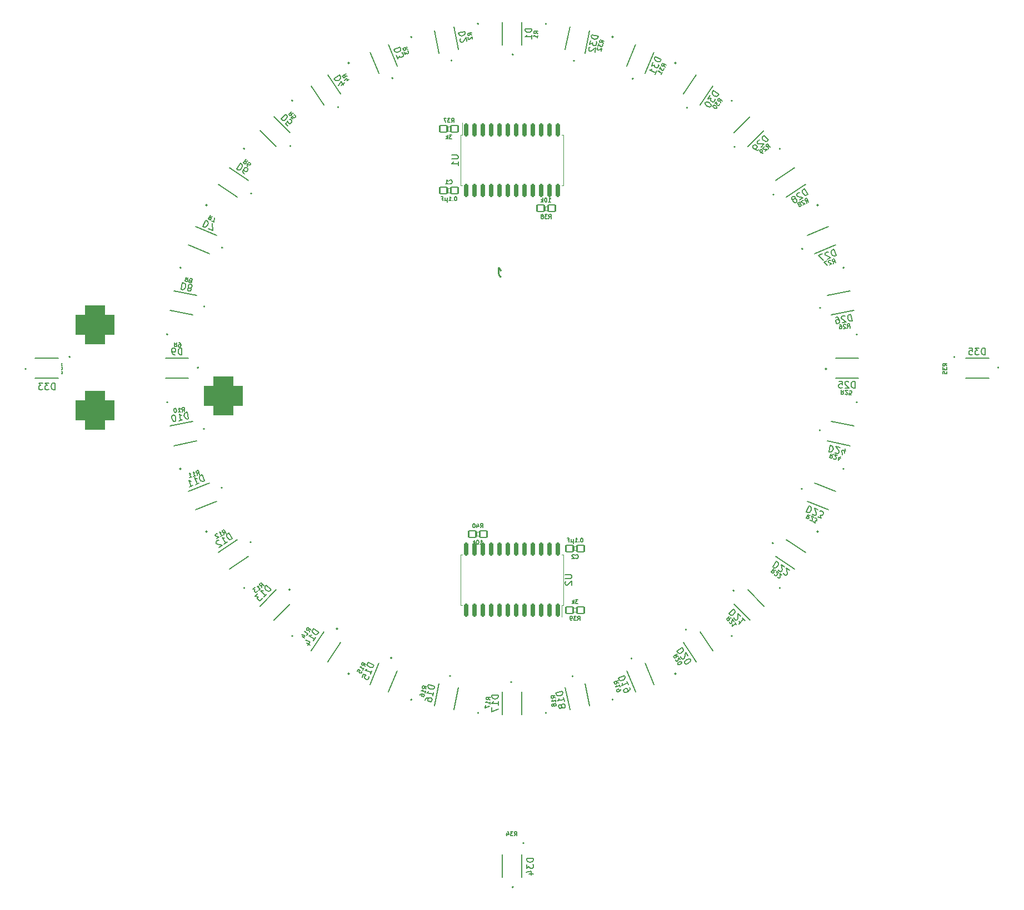
<source format=gbo>
%TF.GenerationSoftware,KiCad,Pcbnew,(6.0.0-0)*%
%TF.CreationDate,2022-03-23T00:11:19+08:00*%
%TF.ProjectId,layer1,6c617965-7231-42e6-9b69-6361645f7063,rev?*%
%TF.SameCoordinates,Original*%
%TF.FileFunction,Legend,Bot*%
%TF.FilePolarity,Positive*%
%FSLAX46Y46*%
G04 Gerber Fmt 4.6, Leading zero omitted, Abs format (unit mm)*
G04 Created by KiCad (PCBNEW (6.0.0-0)) date 2022-03-23 00:11:19*
%MOMM*%
%LPD*%
G01*
G04 APERTURE LIST*
G04 Aperture macros list*
%AMRoundRect*
0 Rectangle with rounded corners*
0 $1 Rounding radius*
0 $2 $3 $4 $5 $6 $7 $8 $9 X,Y pos of 4 corners*
0 Add a 4 corners polygon primitive as box body*
4,1,4,$2,$3,$4,$5,$6,$7,$8,$9,$2,$3,0*
0 Add four circle primitives for the rounded corners*
1,1,$1+$1,$2,$3*
1,1,$1+$1,$4,$5*
1,1,$1+$1,$6,$7*
1,1,$1+$1,$8,$9*
0 Add four rect primitives between the rounded corners*
20,1,$1+$1,$2,$3,$4,$5,0*
20,1,$1+$1,$4,$5,$6,$7,0*
20,1,$1+$1,$6,$7,$8,$9,0*
20,1,$1+$1,$8,$9,$2,$3,0*%
%AMRotRect*
0 Rectangle, with rotation*
0 The origin of the aperture is its center*
0 $1 length*
0 $2 width*
0 $3 Rotation angle, in degrees counterclockwise*
0 Add horizontal line*
21,1,$1,$2,0,0,$3*%
G04 Aperture macros list end*
%ADD10C,0.270000*%
%ADD11C,0.150000*%
%ADD12C,0.127000*%
%ADD13C,0.200000*%
%ADD14C,0.066040*%
%ADD15C,0.120000*%
%ADD16C,4.000000*%
%ADD17C,2.082800*%
%ADD18RoundRect,1.500000X1.500000X-1.500000X1.500000X1.500000X-1.500000X1.500000X-1.500000X-1.500000X0*%
%ADD19C,6.000000*%
%ADD20RoundRect,1.500000X-1.500000X1.500000X-1.500000X-1.500000X1.500000X-1.500000X1.500000X1.500000X0*%
%ADD21R,2.200000X2.200000*%
%ADD22O,2.200000X2.200000*%
%ADD23R,1.905000X2.000000*%
%ADD24O,1.905000X2.000000*%
%ADD25R,2.400000X2.400000*%
%ADD26O,2.400000X2.400000*%
%ADD27R,3.800000X3.800000*%
%ADD28RoundRect,1.500000X-1.500000X-1.500000X1.500000X-1.500000X1.500000X1.500000X-1.500000X1.500000X0*%
%ADD29C,2.400000*%
%ADD30RotRect,1.600000X2.400000X22.500000*%
%ADD31RotRect,1.600000X2.400000X326.250000*%
%ADD32RotRect,1.600000X2.400000X247.500000*%
%ADD33RotRect,0.800000X0.800000X331.875000*%
%ADD34RoundRect,0.101600X0.549910X0.499110X-0.549910X0.499110X-0.549910X-0.499110X0.549910X-0.499110X0*%
%ADD35RotRect,0.800000X0.800000X286.875000*%
%ADD36RotRect,1.600000X2.400000X303.750000*%
%ADD37RoundRect,0.101600X-0.549910X-0.499110X0.549910X-0.499110X0.549910X0.499110X-0.549910X0.499110X0*%
%ADD38RotRect,0.800000X0.800000X343.125000*%
%ADD39R,0.800000X0.800000*%
%ADD40R,1.600000X2.400000*%
%ADD41RotRect,0.800000X0.800000X95.625000*%
%ADD42RotRect,1.600000X2.400000X213.750000*%
%ADD43RoundRect,0.150000X-0.150000X0.875000X-0.150000X-0.875000X0.150000X-0.875000X0.150000X0.875000X0*%
%ADD44RotRect,0.800000X0.800000X219.375000*%
%ADD45RotRect,1.600000X2.400000X67.500000*%
%ADD46RotRect,1.600000X2.400000X191.250000*%
%ADD47RotRect,0.800000X0.800000X28.125000*%
%ADD48RotRect,0.800000X0.800000X118.125000*%
%ADD49RotRect,0.800000X0.800000X84.375000*%
%ADD50RotRect,1.600000X2.400000X135.000000*%
%ADD51RotRect,0.800000X0.800000X140.625000*%
%ADD52R,2.400000X1.600000*%
%ADD53RotRect,0.800000X0.800000X208.125000*%
%ADD54RotRect,1.600000X2.400000X157.500000*%
%ADD55RotRect,1.600000X2.400000X348.750000*%
%ADD56RotRect,1.600000X2.400000X202.500000*%
%ADD57RotRect,1.600000X2.400000X225.000000*%
%ADD58RotRect,0.800000X0.800000X298.125000*%
%ADD59RotRect,0.800000X0.800000X230.625000*%
%ADD60RotRect,0.800000X0.800000X196.875000*%
%ADD61RotRect,1.600000X2.400000X56.250000*%
%ADD62RotRect,0.800000X0.800000X185.625000*%
%ADD63RotRect,0.800000X0.800000X253.125000*%
%ADD64RotRect,1.600000X2.400000X112.500000*%
%ADD65RotRect,0.800000X0.800000X309.375000*%
%ADD66RotRect,0.800000X0.800000X163.125000*%
%ADD67RotRect,0.800000X0.800000X275.625000*%
%ADD68RotRect,0.800000X0.800000X5.625000*%
%ADD69RotRect,0.800000X0.800000X354.375000*%
%ADD70RotRect,1.600000X2.400000X33.750000*%
%ADD71RotRect,1.600000X2.400000X168.750000*%
%ADD72RoundRect,0.150000X0.150000X-0.875000X0.150000X0.875000X-0.150000X0.875000X-0.150000X-0.875000X0*%
%ADD73RotRect,0.800000X0.800000X61.875000*%
%ADD74RotRect,1.600000X2.400000X337.500000*%
%ADD75RotRect,1.600000X2.400000X146.250000*%
%ADD76RotRect,0.800000X0.800000X106.875000*%
%ADD77RotRect,0.800000X0.800000X39.375000*%
%ADD78RotRect,1.600000X2.400000X123.750000*%
%ADD79RotRect,1.600000X2.400000X292.500000*%
%ADD80RotRect,0.800000X0.800000X174.375000*%
%ADD81RotRect,1.600000X2.400000X281.250000*%
%ADD82RotRect,0.800000X0.800000X50.625000*%
%ADD83RotRect,0.800000X0.800000X264.375000*%
%ADD84RotRect,1.600000X2.400000X78.750000*%
%ADD85RotRect,1.600000X2.400000X101.250000*%
%ADD86RotRect,0.800000X0.800000X320.625000*%
%ADD87RotRect,1.600000X2.400000X236.250000*%
%ADD88RotRect,1.600000X2.400000X258.750000*%
%ADD89RotRect,1.600000X2.400000X11.250000*%
%ADD90RotRect,0.800000X0.800000X129.375000*%
%ADD91RotRect,0.800000X0.800000X151.875000*%
%ADD92RotRect,0.800000X0.800000X241.875000*%
%ADD93RotRect,1.600000X2.400000X45.000000*%
%ADD94RotRect,0.800000X0.800000X73.125000*%
%ADD95RotRect,0.800000X0.800000X16.875000*%
%ADD96RotRect,1.600000X2.400000X315.000000*%
G04 APERTURE END LIST*
D10*
X123653256Y-86528664D02*
X123683868Y-86824182D01*
X123775714Y-87078479D01*
X123947488Y-87310577D01*
X123966780Y-87329203D01*
X123653256Y-85972563D02*
X123653256Y-86528664D01*
X124004428Y-86390648D02*
X123808032Y-86185213D01*
X123669945Y-85972563D01*
X123669945Y-85972563D02*
X123653256Y-85972563D01*
D11*
%TO.C,D27*%
X175156661Y-84111635D02*
X174773977Y-83187755D01*
X174554006Y-83278871D01*
X174440246Y-83377534D01*
X174388704Y-83501968D01*
X174381156Y-83608180D01*
X174410054Y-83802380D01*
X174464723Y-83934363D01*
X174581609Y-84092117D01*
X174662049Y-84161882D01*
X174786484Y-84213425D01*
X174936690Y-84202750D01*
X175156661Y-84111635D01*
X173930538Y-83640204D02*
X173868321Y-83614433D01*
X173762109Y-83606885D01*
X173542138Y-83698000D01*
X173472373Y-83778440D01*
X173446601Y-83840658D01*
X173439053Y-83946869D01*
X173475499Y-84034858D01*
X173574162Y-84148617D01*
X174320770Y-84457872D01*
X173748844Y-84694772D01*
X173058201Y-83898453D02*
X172442282Y-84153576D01*
X173220913Y-84913448D01*
%TO.C,D22*%
X166003118Y-130766347D02*
X165447548Y-131597817D01*
X165645517Y-131730096D01*
X165790754Y-131769869D01*
X165922853Y-131743593D01*
X166015358Y-131690861D01*
X166160775Y-131558942D01*
X166240142Y-131440160D01*
X166306371Y-131255329D01*
X166319689Y-131149686D01*
X166293413Y-131017587D01*
X166201087Y-130898626D01*
X166003118Y-130766347D01*
X166292335Y-132047744D02*
X166305473Y-132113794D01*
X166358205Y-132206299D01*
X166556174Y-132338577D01*
X166661817Y-132351895D01*
X166727867Y-132338757D01*
X166820372Y-132286025D01*
X166873284Y-132206838D01*
X166913057Y-132061600D01*
X166755400Y-131269006D01*
X167270120Y-131612931D01*
X167084211Y-132576859D02*
X167097349Y-132642908D01*
X167150081Y-132735413D01*
X167348050Y-132867692D01*
X167453693Y-132881010D01*
X167519743Y-132867872D01*
X167612248Y-132815140D01*
X167665159Y-132735952D01*
X167704933Y-132590715D01*
X167547276Y-131798121D01*
X168061995Y-132142045D01*
%TO.C,D15*%
X104731733Y-146584889D02*
X103807853Y-146202206D01*
X103716738Y-146422177D01*
X103706064Y-146572383D01*
X103757606Y-146696818D01*
X103827372Y-146777258D01*
X103985126Y-146894144D01*
X104117108Y-146948813D01*
X104311308Y-146977711D01*
X104417520Y-146970163D01*
X104541955Y-146918621D01*
X104640618Y-146804861D01*
X104731733Y-146584889D01*
X104148596Y-147992706D02*
X104367273Y-147464775D01*
X104257934Y-147728740D02*
X103334055Y-147346057D01*
X103502484Y-147312737D01*
X103626918Y-147261195D01*
X103707359Y-147191429D01*
X102878479Y-148445913D02*
X103060710Y-148005971D01*
X103518875Y-148144207D01*
X103456658Y-148169978D01*
X103376218Y-148239744D01*
X103285103Y-148459715D01*
X103292651Y-148565926D01*
X103318422Y-148628144D01*
X103388188Y-148708584D01*
X103608159Y-148799699D01*
X103714370Y-148792151D01*
X103776588Y-148766380D01*
X103857028Y-148696614D01*
X103948143Y-148476643D01*
X103940595Y-148370431D01*
X103914824Y-148308214D01*
%TO.C,R7*%
X80089382Y-78186165D02*
X79757576Y-78354376D01*
X79766851Y-78013768D02*
X79465157Y-78578198D01*
X79680178Y-78693129D01*
X79748300Y-78694984D01*
X79789544Y-78682473D01*
X79845154Y-78643084D01*
X79888253Y-78562451D01*
X79890108Y-78494330D01*
X79877597Y-78453086D01*
X79838208Y-78397475D01*
X79623188Y-78282544D01*
X79975832Y-78851159D02*
X80352118Y-79052288D01*
X80411914Y-78358561D01*
D12*
%TO.C,R37*%
X116521836Y-63831690D02*
X116725036Y-63541404D01*
X116870179Y-63831690D02*
X116870179Y-63222090D01*
X116637951Y-63222090D01*
X116579893Y-63251119D01*
X116550865Y-63280147D01*
X116521836Y-63338204D01*
X116521836Y-63425290D01*
X116550865Y-63483347D01*
X116579893Y-63512376D01*
X116637951Y-63541404D01*
X116870179Y-63541404D01*
X116318636Y-63222090D02*
X115941265Y-63222090D01*
X116144465Y-63454319D01*
X116057379Y-63454319D01*
X115999322Y-63483347D01*
X115970293Y-63512376D01*
X115941265Y-63570433D01*
X115941265Y-63715576D01*
X115970293Y-63773633D01*
X115999322Y-63802661D01*
X116057379Y-63831690D01*
X116231551Y-63831690D01*
X116289608Y-63802661D01*
X116318636Y-63773633D01*
X115738065Y-63222090D02*
X115331665Y-63222090D01*
X115592922Y-63831690D01*
X116579893Y-65762090D02*
X116202522Y-65762090D01*
X116405722Y-65994319D01*
X116318636Y-65994319D01*
X116260579Y-66023347D01*
X116231551Y-66052376D01*
X116202522Y-66110433D01*
X116202522Y-66255576D01*
X116231551Y-66313633D01*
X116260579Y-66342661D01*
X116318636Y-66371690D01*
X116492808Y-66371690D01*
X116550865Y-66342661D01*
X116579893Y-66313633D01*
X115941265Y-66371690D02*
X115941265Y-65762090D01*
X115883208Y-66139461D02*
X115709036Y-66371690D01*
X115709036Y-65965290D02*
X115941265Y-66197519D01*
D11*
%TO.C,R3*%
X109839756Y-52699289D02*
X109486189Y-52583609D01*
X109733595Y-52349322D02*
X109121153Y-52535104D01*
X109191927Y-52768415D01*
X109238784Y-52817896D01*
X109276795Y-52838213D01*
X109343970Y-52849684D01*
X109431461Y-52823143D01*
X109480942Y-52776286D01*
X109501259Y-52738275D01*
X109512730Y-52671101D01*
X109441956Y-52437789D01*
X109289241Y-53089218D02*
X109404249Y-53468349D01*
X109575633Y-53193427D01*
X109602174Y-53280919D01*
X109649031Y-53330400D01*
X109687042Y-53350717D01*
X109754216Y-53362187D01*
X109900036Y-53317954D01*
X109949517Y-53271096D01*
X109969834Y-53233085D01*
X109981304Y-53165911D01*
X109928224Y-52990927D01*
X109881366Y-52941446D01*
X109843355Y-52921129D01*
%TO.C,D20*%
X151678796Y-143938723D02*
X150847326Y-144494294D01*
X150979605Y-144692263D01*
X151098565Y-144784588D01*
X151230665Y-144810864D01*
X151336308Y-144797547D01*
X151521139Y-144731318D01*
X151639920Y-144651950D01*
X151771840Y-144506534D01*
X151824571Y-144414029D01*
X151850848Y-144281929D01*
X151811074Y-144136692D01*
X151678796Y-143938723D01*
X151455628Y-145233258D02*
X151442490Y-145299308D01*
X151455808Y-145404951D01*
X151588086Y-145602920D01*
X151680591Y-145655652D01*
X151746641Y-145668790D01*
X151852284Y-145655472D01*
X151931472Y-145602561D01*
X152023798Y-145483600D01*
X152181454Y-144691005D01*
X152525379Y-145205725D01*
X152037834Y-146276014D02*
X152090745Y-146355202D01*
X152183250Y-146407934D01*
X152249300Y-146421072D01*
X152354943Y-146407754D01*
X152539774Y-146341525D01*
X152737743Y-146209246D01*
X152869662Y-146063830D01*
X152922394Y-145971324D01*
X152935532Y-145905275D01*
X152922215Y-145799632D01*
X152869303Y-145720444D01*
X152776798Y-145667712D01*
X152710748Y-145654574D01*
X152605105Y-145667892D01*
X152420274Y-145734121D01*
X152222305Y-145866400D01*
X152090386Y-146011816D01*
X152037654Y-146104321D01*
X152024516Y-146170371D01*
X152037834Y-146276014D01*
D12*
%TO.C,C2*%
X135456551Y-130313633D02*
X135485579Y-130342661D01*
X135572665Y-130371690D01*
X135630722Y-130371690D01*
X135717808Y-130342661D01*
X135775865Y-130284604D01*
X135804893Y-130226547D01*
X135833922Y-130110433D01*
X135833922Y-130023347D01*
X135804893Y-129907233D01*
X135775865Y-129849176D01*
X135717808Y-129791119D01*
X135630722Y-129762090D01*
X135572665Y-129762090D01*
X135485579Y-129791119D01*
X135456551Y-129820147D01*
X135224322Y-129820147D02*
X135195293Y-129791119D01*
X135137236Y-129762090D01*
X134992093Y-129762090D01*
X134934036Y-129791119D01*
X134905008Y-129820147D01*
X134875979Y-129878204D01*
X134875979Y-129936261D01*
X134905008Y-130023347D01*
X135253351Y-130371690D01*
X134875979Y-130371690D01*
X136399979Y-127222090D02*
X136341922Y-127222090D01*
X136283865Y-127251119D01*
X136254836Y-127280147D01*
X136225808Y-127338204D01*
X136196779Y-127454319D01*
X136196779Y-127599461D01*
X136225808Y-127715576D01*
X136254836Y-127773633D01*
X136283865Y-127802661D01*
X136341922Y-127831690D01*
X136399979Y-127831690D01*
X136458036Y-127802661D01*
X136487065Y-127773633D01*
X136516093Y-127715576D01*
X136545122Y-127599461D01*
X136545122Y-127454319D01*
X136516093Y-127338204D01*
X136487065Y-127280147D01*
X136458036Y-127251119D01*
X136399979Y-127222090D01*
X135935522Y-127773633D02*
X135906493Y-127802661D01*
X135935522Y-127831690D01*
X135964551Y-127802661D01*
X135935522Y-127773633D01*
X135935522Y-127831690D01*
X135325922Y-127831690D02*
X135674265Y-127831690D01*
X135500093Y-127831690D02*
X135500093Y-127222090D01*
X135558151Y-127309176D01*
X135616208Y-127367233D01*
X135674265Y-127396261D01*
X135064665Y-127425290D02*
X135064665Y-128034890D01*
X134774379Y-127744604D02*
X134745351Y-127802661D01*
X134687293Y-127831690D01*
X135064665Y-127744604D02*
X135035636Y-127802661D01*
X134977579Y-127831690D01*
X134861465Y-127831690D01*
X134803408Y-127802661D01*
X134774379Y-127744604D01*
X134774379Y-127425290D01*
X134222836Y-127512376D02*
X134426036Y-127512376D01*
X134426036Y-127831690D02*
X134426036Y-127222090D01*
X134135751Y-127222090D01*
D11*
%TO.C,R8*%
X76446415Y-87535373D02*
X76153800Y-87765084D01*
X76096448Y-87429212D02*
X75910666Y-88041653D01*
X76143977Y-88112428D01*
X76211152Y-88100957D01*
X76249163Y-88080640D01*
X76296020Y-88031159D01*
X76322560Y-87943667D01*
X76311090Y-87876493D01*
X76290773Y-87838482D01*
X76241292Y-87791625D01*
X76007981Y-87720850D01*
X76690221Y-87991501D02*
X76623046Y-88002971D01*
X76585035Y-88023288D01*
X76538178Y-88072769D01*
X76529331Y-88101933D01*
X76540802Y-88169108D01*
X76561119Y-88207118D01*
X76610600Y-88253976D01*
X76727255Y-88289363D01*
X76794430Y-88277893D01*
X76832441Y-88257575D01*
X76879298Y-88208094D01*
X76888145Y-88178931D01*
X76876674Y-88111756D01*
X76856357Y-88073745D01*
X76806876Y-88026888D01*
X76690221Y-87991501D01*
X76640740Y-87944643D01*
X76620423Y-87906633D01*
X76608952Y-87839458D01*
X76644339Y-87722803D01*
X76691197Y-87673322D01*
X76729207Y-87653004D01*
X76796382Y-87641534D01*
X76913038Y-87676921D01*
X76962519Y-87723779D01*
X76982836Y-87761789D01*
X76994306Y-87828964D01*
X76958919Y-87945619D01*
X76912062Y-87995100D01*
X76874051Y-88015418D01*
X76806876Y-88026888D01*
%TO.C,R35*%
X192013074Y-100969071D02*
X191708312Y-100755738D01*
X192013074Y-100603357D02*
X191373074Y-100603357D01*
X191373074Y-100847166D01*
X191403551Y-100908119D01*
X191434027Y-100938595D01*
X191494979Y-100969071D01*
X191586408Y-100969071D01*
X191647360Y-100938595D01*
X191677836Y-100908119D01*
X191708312Y-100847166D01*
X191708312Y-100603357D01*
X191373074Y-101182404D02*
X191373074Y-101578595D01*
X191616884Y-101365261D01*
X191616884Y-101456690D01*
X191647360Y-101517642D01*
X191677836Y-101548119D01*
X191738789Y-101578595D01*
X191891170Y-101578595D01*
X191952122Y-101548119D01*
X191982598Y-101517642D01*
X192013074Y-101456690D01*
X192013074Y-101273833D01*
X191982598Y-101212880D01*
X191952122Y-101182404D01*
X191373074Y-102157642D02*
X191373074Y-101852880D01*
X191677836Y-101822404D01*
X191647360Y-101852880D01*
X191616884Y-101913833D01*
X191616884Y-102066214D01*
X191647360Y-102127166D01*
X191677836Y-102157642D01*
X191738789Y-102188119D01*
X191891170Y-102188119D01*
X191952122Y-102157642D01*
X191982598Y-102127166D01*
X192013074Y-102066214D01*
X192013074Y-101913833D01*
X191982598Y-101852880D01*
X191952122Y-101822404D01*
%TO.C,D9*%
X75422731Y-99258299D02*
X75422731Y-98258299D01*
X75184636Y-98258299D01*
X75041778Y-98305919D01*
X74946540Y-98401157D01*
X74898921Y-98496395D01*
X74851302Y-98686871D01*
X74851302Y-98829728D01*
X74898921Y-99020204D01*
X74946540Y-99115442D01*
X75041778Y-99210680D01*
X75184636Y-99258299D01*
X75422731Y-99258299D01*
X74375112Y-99258299D02*
X74184636Y-99258299D01*
X74089397Y-99210680D01*
X74041778Y-99163061D01*
X73946540Y-99020204D01*
X73898921Y-98829728D01*
X73898921Y-98448776D01*
X73946540Y-98353538D01*
X73994159Y-98305919D01*
X74089397Y-98258299D01*
X74279874Y-98258299D01*
X74375112Y-98305919D01*
X74422731Y-98353538D01*
X74470350Y-98448776D01*
X74470350Y-98686871D01*
X74422731Y-98782109D01*
X74375112Y-98829728D01*
X74279874Y-98877347D01*
X74089397Y-98877347D01*
X73994159Y-98829728D01*
X73946540Y-98782109D01*
X73898921Y-98686871D01*
D12*
%TO.C,C1*%
X116231551Y-73173633D02*
X116260579Y-73202661D01*
X116347665Y-73231690D01*
X116405722Y-73231690D01*
X116492808Y-73202661D01*
X116550865Y-73144604D01*
X116579893Y-73086547D01*
X116608922Y-72970433D01*
X116608922Y-72883347D01*
X116579893Y-72767233D01*
X116550865Y-72709176D01*
X116492808Y-72651119D01*
X116405722Y-72622090D01*
X116347665Y-72622090D01*
X116260579Y-72651119D01*
X116231551Y-72680147D01*
X115650979Y-73231690D02*
X115999322Y-73231690D01*
X115825151Y-73231690D02*
X115825151Y-72622090D01*
X115883208Y-72709176D01*
X115941265Y-72767233D01*
X115999322Y-72796261D01*
X117174979Y-75162090D02*
X117116922Y-75162090D01*
X117058865Y-75191119D01*
X117029836Y-75220147D01*
X117000808Y-75278204D01*
X116971779Y-75394319D01*
X116971779Y-75539461D01*
X117000808Y-75655576D01*
X117029836Y-75713633D01*
X117058865Y-75742661D01*
X117116922Y-75771690D01*
X117174979Y-75771690D01*
X117233036Y-75742661D01*
X117262065Y-75713633D01*
X117291093Y-75655576D01*
X117320122Y-75539461D01*
X117320122Y-75394319D01*
X117291093Y-75278204D01*
X117262065Y-75220147D01*
X117233036Y-75191119D01*
X117174979Y-75162090D01*
X116710522Y-75713633D02*
X116681493Y-75742661D01*
X116710522Y-75771690D01*
X116739551Y-75742661D01*
X116710522Y-75713633D01*
X116710522Y-75771690D01*
X116100922Y-75771690D02*
X116449265Y-75771690D01*
X116275093Y-75771690D02*
X116275093Y-75162090D01*
X116333151Y-75249176D01*
X116391208Y-75307233D01*
X116449265Y-75336261D01*
X115839665Y-75365290D02*
X115839665Y-75974890D01*
X115549379Y-75684604D02*
X115520351Y-75742661D01*
X115462293Y-75771690D01*
X115839665Y-75684604D02*
X115810636Y-75742661D01*
X115752579Y-75771690D01*
X115636465Y-75771690D01*
X115578408Y-75742661D01*
X115549379Y-75684604D01*
X115549379Y-75365290D01*
X114997836Y-75452376D02*
X115201036Y-75452376D01*
X115201036Y-75771690D02*
X115201036Y-75162090D01*
X114910751Y-75162090D01*
D11*
%TO.C,R18*%
X132348116Y-151602687D02*
X132023911Y-151420253D01*
X132312270Y-151238734D02*
X131675352Y-151301464D01*
X131699249Y-151544100D01*
X131735553Y-151601772D01*
X131768870Y-151629114D01*
X131832516Y-151653469D01*
X131923504Y-151644507D01*
X131981176Y-151608204D01*
X132008518Y-151574887D01*
X132032873Y-151511241D01*
X132008975Y-151268605D01*
X132407860Y-152209276D02*
X132372014Y-151845322D01*
X132389937Y-152027299D02*
X131753019Y-152090030D01*
X131838032Y-152020409D01*
X131892717Y-151953776D01*
X131917072Y-151890130D01*
X132079753Y-152609075D02*
X132043449Y-152551403D01*
X132010132Y-152524061D01*
X131946486Y-152499706D01*
X131916157Y-152502693D01*
X131858485Y-152538997D01*
X131831143Y-152572314D01*
X131806788Y-152635960D01*
X131818737Y-152757278D01*
X131855041Y-152814949D01*
X131888357Y-152842291D01*
X131952003Y-152866647D01*
X131982333Y-152863659D01*
X132040004Y-152827356D01*
X132067347Y-152794039D01*
X132091702Y-152730393D01*
X132079753Y-152609075D01*
X132104108Y-152545429D01*
X132131450Y-152512112D01*
X132189122Y-152475809D01*
X132310440Y-152463860D01*
X132374086Y-152488215D01*
X132407402Y-152515557D01*
X132443706Y-152573229D01*
X132455655Y-152694547D01*
X132431300Y-152758193D01*
X132403958Y-152791509D01*
X132346286Y-152827813D01*
X132224968Y-152839762D01*
X132161322Y-152815407D01*
X132128005Y-152788065D01*
X132091702Y-152730393D01*
%TO.C,D12*%
X83137146Y-127294764D02*
X82581575Y-126463294D01*
X82383606Y-126595573D01*
X82291281Y-126714533D01*
X82265005Y-126846633D01*
X82278322Y-126952276D01*
X82344551Y-127137107D01*
X82423919Y-127255888D01*
X82569335Y-127387808D01*
X82661840Y-127440539D01*
X82793940Y-127466816D01*
X82939177Y-127427042D01*
X83137146Y-127294764D01*
X81870144Y-128141347D02*
X82345270Y-127823878D01*
X82107707Y-127982612D02*
X81552137Y-127151143D01*
X81710692Y-127217013D01*
X81842791Y-127243289D01*
X81948434Y-127229971D01*
X81050735Y-127600711D02*
X80984686Y-127587572D01*
X80879042Y-127600890D01*
X80681073Y-127733169D01*
X80628342Y-127825674D01*
X80615203Y-127891723D01*
X80628521Y-127997367D01*
X80681433Y-128076554D01*
X80800394Y-128168880D01*
X81592988Y-128326537D01*
X81078268Y-128670461D01*
%TO.C,U1*%
X116532331Y-68842699D02*
X117341855Y-68842699D01*
X117437093Y-68890318D01*
X117484712Y-68937937D01*
X117532331Y-69033175D01*
X117532331Y-69223651D01*
X117484712Y-69318889D01*
X117437093Y-69366508D01*
X117341855Y-69414127D01*
X116532331Y-69414127D01*
X117532331Y-70414127D02*
X117532331Y-69842699D01*
X117532331Y-70128413D02*
X116532331Y-70128413D01*
X116675189Y-70033175D01*
X116770427Y-69937937D01*
X116818046Y-69842699D01*
%TO.C,R29*%
X164779990Y-67862225D02*
X164751560Y-67491304D01*
X165062691Y-67630218D02*
X164656679Y-67135492D01*
X164468212Y-67290163D01*
X164440429Y-67352389D01*
X164436205Y-67395281D01*
X164451314Y-67461732D01*
X164509316Y-67532407D01*
X164571542Y-67560190D01*
X164614434Y-67564415D01*
X164680885Y-67549305D01*
X164869352Y-67394634D01*
X164224179Y-67569286D02*
X164181287Y-67565062D01*
X164114836Y-67580171D01*
X163997044Y-67676840D01*
X163969261Y-67739067D01*
X163965036Y-67781959D01*
X163980146Y-67848410D01*
X164018813Y-67895527D01*
X164100373Y-67946868D01*
X164615081Y-67997562D01*
X164308822Y-68248903D01*
X164073238Y-68442242D02*
X163979004Y-68519577D01*
X163912553Y-68534687D01*
X163869661Y-68530462D01*
X163764542Y-68498455D01*
X163663648Y-68423555D01*
X163508977Y-68235087D01*
X163493868Y-68168637D01*
X163498093Y-68125744D01*
X163525875Y-68063518D01*
X163620109Y-67986183D01*
X163686560Y-67971073D01*
X163729452Y-67975298D01*
X163791678Y-68003081D01*
X163888348Y-68120873D01*
X163903457Y-68187324D01*
X163899233Y-68230216D01*
X163871450Y-68292442D01*
X163777216Y-68369778D01*
X163710765Y-68384887D01*
X163667873Y-68380663D01*
X163605647Y-68352880D01*
%TO.C,D31*%
X148493433Y-54209477D02*
X147569553Y-53826794D01*
X147478438Y-54046765D01*
X147467764Y-54196971D01*
X147519306Y-54321406D01*
X147589072Y-54401846D01*
X147746826Y-54518732D01*
X147878808Y-54573401D01*
X148073008Y-54602299D01*
X148179220Y-54594751D01*
X148303655Y-54543209D01*
X148402318Y-54429449D01*
X148493433Y-54209477D01*
X147223316Y-54662685D02*
X146986417Y-55234610D01*
X147465932Y-55072435D01*
X147411263Y-55204418D01*
X147418811Y-55310629D01*
X147444582Y-55372846D01*
X147514348Y-55453287D01*
X147734319Y-55544402D01*
X147840531Y-55536854D01*
X147902748Y-55511082D01*
X147983188Y-55441317D01*
X148092527Y-55177351D01*
X148084978Y-55071140D01*
X148059207Y-55008922D01*
X147545836Y-56497179D02*
X147764512Y-55969248D01*
X147655174Y-56233214D02*
X146731295Y-55850530D01*
X146899723Y-55817211D01*
X147024158Y-55765668D01*
X147104598Y-55695903D01*
%TO.C,D10*%
X76449136Y-109019964D02*
X76254046Y-108039178D01*
X76020526Y-108085628D01*
X75889703Y-108160203D01*
X75814875Y-108272191D01*
X75786751Y-108374889D01*
X75777207Y-108570995D01*
X75805077Y-108711107D01*
X75888941Y-108888634D01*
X75954226Y-108972752D01*
X76066214Y-109047580D01*
X76215616Y-109066414D01*
X76449136Y-109019964D01*
X74954606Y-109317244D02*
X75515055Y-109205764D01*
X75234831Y-109261504D02*
X75039740Y-108280719D01*
X75161018Y-108402251D01*
X75273007Y-108477079D01*
X75375705Y-108505203D01*
X74152363Y-108457229D02*
X74058955Y-108475809D01*
X73974837Y-108541093D01*
X73937423Y-108597087D01*
X73909299Y-108699785D01*
X73899755Y-108895892D01*
X73946205Y-109129412D01*
X74030069Y-109306938D01*
X74095353Y-109391056D01*
X74151347Y-109428470D01*
X74254045Y-109456594D01*
X74347453Y-109438014D01*
X74431572Y-109372730D01*
X74468986Y-109316736D01*
X74497110Y-109214038D01*
X74506654Y-109017932D01*
X74460204Y-108784412D01*
X74376339Y-108606885D01*
X74311055Y-108522767D01*
X74255061Y-108485353D01*
X74152363Y-108457229D01*
%TO.C,R12*%
X81839438Y-126698100D02*
X81883917Y-126328759D01*
X82161969Y-126525703D02*
X81860275Y-125961273D01*
X81645254Y-126076205D01*
X81605865Y-126131815D01*
X81593354Y-126173059D01*
X81595209Y-126241180D01*
X81638308Y-126321813D01*
X81693919Y-126361202D01*
X81735163Y-126373713D01*
X81803284Y-126371858D01*
X82018305Y-126256927D01*
X81301886Y-126985427D02*
X81624417Y-126813031D01*
X81463151Y-126899229D02*
X81161457Y-126334799D01*
X81258312Y-126386699D01*
X81340800Y-126411722D01*
X81408921Y-126409867D01*
X80813904Y-126589684D02*
X80772660Y-126577173D01*
X80704538Y-126579028D01*
X80570150Y-126650860D01*
X80530761Y-126706470D01*
X80518250Y-126747714D01*
X80520105Y-126815835D01*
X80548838Y-126869591D01*
X80618815Y-126935857D01*
X81113742Y-127085992D01*
X80764334Y-127272755D01*
%TO.C,R20*%
X151073447Y-145245116D02*
X150704106Y-145200637D01*
X150901050Y-144922585D02*
X150336620Y-145224279D01*
X150451552Y-145439300D01*
X150507162Y-145478689D01*
X150548406Y-145491200D01*
X150616527Y-145489345D01*
X150697160Y-145446246D01*
X150736549Y-145390635D01*
X150749060Y-145349391D01*
X150747205Y-145281270D01*
X150632274Y-145066249D01*
X150677703Y-145733098D02*
X150665192Y-145774342D01*
X150667047Y-145842464D01*
X150738879Y-145976852D01*
X150794489Y-146016241D01*
X150835733Y-146028752D01*
X150903855Y-146026897D01*
X150957610Y-145998164D01*
X151023877Y-145928187D01*
X151174011Y-145433260D01*
X151360774Y-145782668D01*
X150983107Y-146433771D02*
X151011840Y-146487526D01*
X151067451Y-146526915D01*
X151108695Y-146539426D01*
X151176816Y-146537571D01*
X151298693Y-146506983D01*
X151433081Y-146435151D01*
X151526225Y-146350808D01*
X151565614Y-146295198D01*
X151578125Y-146253954D01*
X151576270Y-146185832D01*
X151547537Y-146132077D01*
X151491927Y-146092688D01*
X151450683Y-146080177D01*
X151382561Y-146082032D01*
X151260684Y-146112620D01*
X151126296Y-146184452D01*
X151033152Y-146268795D01*
X150993764Y-146324405D01*
X150981252Y-146365649D01*
X150983107Y-146433771D01*
%TO.C,D33*%
X56078285Y-104592380D02*
X56078285Y-103592380D01*
X55840190Y-103592380D01*
X55697333Y-103640000D01*
X55602095Y-103735238D01*
X55554476Y-103830476D01*
X55506857Y-104020952D01*
X55506857Y-104163809D01*
X55554476Y-104354285D01*
X55602095Y-104449523D01*
X55697333Y-104544761D01*
X55840190Y-104592380D01*
X56078285Y-104592380D01*
X55173523Y-103592380D02*
X54554476Y-103592380D01*
X54887809Y-103973333D01*
X54744952Y-103973333D01*
X54649714Y-104020952D01*
X54602095Y-104068571D01*
X54554476Y-104163809D01*
X54554476Y-104401904D01*
X54602095Y-104497142D01*
X54649714Y-104544761D01*
X54744952Y-104592380D01*
X55030666Y-104592380D01*
X55125904Y-104544761D01*
X55173523Y-104497142D01*
X54221142Y-103592380D02*
X53602095Y-103592380D01*
X53935428Y-103973333D01*
X53792571Y-103973333D01*
X53697333Y-104020952D01*
X53649714Y-104068571D01*
X53602095Y-104163809D01*
X53602095Y-104401904D01*
X53649714Y-104497142D01*
X53697333Y-104544761D01*
X53792571Y-104592380D01*
X54078285Y-104592380D01*
X54173523Y-104544761D01*
X54221142Y-104497142D01*
%TO.C,R17*%
X122418035Y-151928323D02*
X122135651Y-151686145D01*
X122453881Y-151564370D02*
X121816963Y-151501639D01*
X121793066Y-151744275D01*
X121817421Y-151807921D01*
X121844763Y-151841237D01*
X121902435Y-151877541D01*
X121993423Y-151886503D01*
X122057069Y-151862148D01*
X122090386Y-151834805D01*
X122126690Y-151777134D01*
X122150587Y-151534498D01*
X122358291Y-152534912D02*
X122394138Y-152170959D01*
X122376215Y-152352936D02*
X121739296Y-152290205D01*
X121836259Y-152238507D01*
X121902892Y-152183823D01*
X121939196Y-152126151D01*
X121700463Y-152684487D02*
X121658642Y-153109099D01*
X122322445Y-152898865D01*
%TO.C,D5*%
X91229483Y-62613586D02*
X90522376Y-63320692D01*
X90690735Y-63489051D01*
X90825422Y-63556395D01*
X90960109Y-63556395D01*
X91061124Y-63522723D01*
X91229483Y-63421708D01*
X91330498Y-63320692D01*
X91431514Y-63152334D01*
X91465185Y-63051318D01*
X91465185Y-62916631D01*
X91397842Y-62781944D01*
X91229483Y-62613586D01*
X91566201Y-64364517D02*
X91229483Y-64027799D01*
X91532529Y-63657410D01*
X91532529Y-63724754D01*
X91566201Y-63825769D01*
X91734559Y-63994128D01*
X91835575Y-64027799D01*
X91902918Y-64027799D01*
X92003933Y-63994128D01*
X92172292Y-63825769D01*
X92205964Y-63724754D01*
X92205964Y-63657410D01*
X92172292Y-63556395D01*
X92003933Y-63388036D01*
X91902918Y-63354364D01*
X91835575Y-63354364D01*
%TO.C,R22*%
X165928334Y-132150644D02*
X165570086Y-132250891D01*
X165645633Y-131918637D02*
X165239621Y-132413364D01*
X165428089Y-132568035D01*
X165494539Y-132583145D01*
X165537432Y-132578920D01*
X165599658Y-132551137D01*
X165657659Y-132480462D01*
X165672769Y-132414011D01*
X165668544Y-132371119D01*
X165640761Y-132308893D01*
X165452294Y-132154221D01*
X165749457Y-132752925D02*
X165753682Y-132795817D01*
X165781465Y-132858044D01*
X165899257Y-132954713D01*
X165965708Y-132969822D01*
X166008600Y-132965598D01*
X166070826Y-132937815D01*
X166109494Y-132890698D01*
X166143937Y-132800689D01*
X166093243Y-132285981D01*
X166399502Y-132537322D01*
X166220626Y-133139603D02*
X166224850Y-133182495D01*
X166252633Y-133244721D01*
X166370425Y-133341391D01*
X166436876Y-133356500D01*
X166479768Y-133352276D01*
X166541994Y-133324493D01*
X166580662Y-133277376D01*
X166615105Y-133187367D01*
X166564411Y-132672659D01*
X166870670Y-132924000D01*
%TO.C,D17*%
X123642331Y-151176948D02*
X122642331Y-151176948D01*
X122642331Y-151415043D01*
X122689951Y-151557900D01*
X122785189Y-151653138D01*
X122880427Y-151700757D01*
X123070903Y-151748376D01*
X123213760Y-151748376D01*
X123404236Y-151700757D01*
X123499474Y-151653138D01*
X123594712Y-151557900D01*
X123642331Y-151415043D01*
X123642331Y-151176948D01*
X123642331Y-152700757D02*
X123642331Y-152129329D01*
X123642331Y-152415043D02*
X122642331Y-152415043D01*
X122785189Y-152319805D01*
X122880427Y-152224567D01*
X122928046Y-152129329D01*
X122642331Y-153034091D02*
X122642331Y-153700757D01*
X123642331Y-153272186D01*
%TO.C,R28*%
X170619120Y-76133890D02*
X170663599Y-75764549D01*
X170941651Y-75961493D02*
X170639957Y-75397063D01*
X170424936Y-75511995D01*
X170385547Y-75567605D01*
X170373036Y-75608849D01*
X170374891Y-75676970D01*
X170417990Y-75757603D01*
X170473601Y-75796992D01*
X170514845Y-75809503D01*
X170582966Y-75807648D01*
X170797987Y-75692717D01*
X170131138Y-75738146D02*
X170089894Y-75725635D01*
X170021772Y-75727490D01*
X169887384Y-75799322D01*
X169847995Y-75854932D01*
X169835484Y-75896176D01*
X169837339Y-75964298D01*
X169866072Y-76018053D01*
X169936049Y-76084320D01*
X170430976Y-76234454D01*
X170081568Y-76421217D01*
X169586640Y-76271082D02*
X169626029Y-76215472D01*
X169638540Y-76174228D01*
X169636685Y-76106107D01*
X169622318Y-76079229D01*
X169566708Y-76039840D01*
X169525464Y-76027329D01*
X169457343Y-76029184D01*
X169349832Y-76086650D01*
X169310443Y-76142260D01*
X169297932Y-76183504D01*
X169299787Y-76251625D01*
X169314154Y-76278503D01*
X169369764Y-76317892D01*
X169411008Y-76330403D01*
X169479130Y-76328548D01*
X169586640Y-76271082D01*
X169654762Y-76269227D01*
X169696006Y-76281739D01*
X169751616Y-76321127D01*
X169809081Y-76428638D01*
X169810937Y-76496759D01*
X169798425Y-76538003D01*
X169759036Y-76593614D01*
X169651526Y-76651079D01*
X169583404Y-76652934D01*
X169542161Y-76640423D01*
X169486550Y-76601034D01*
X169429085Y-76493524D01*
X169427230Y-76425402D01*
X169439741Y-76384158D01*
X169479130Y-76328548D01*
%TO.C,D7*%
X79033452Y-78764666D02*
X78650769Y-79688546D01*
X78870740Y-79779661D01*
X79020946Y-79790336D01*
X79145380Y-79738793D01*
X79225821Y-79669028D01*
X79342707Y-79511274D01*
X79397376Y-79379291D01*
X79426274Y-79185091D01*
X79418726Y-79078879D01*
X79367183Y-78954445D01*
X79253423Y-78855781D01*
X79033452Y-78764666D01*
X79486660Y-80034783D02*
X80102579Y-80289905D01*
X80089314Y-79202019D01*
%TO.C,D35*%
X197810285Y-99258380D02*
X197810285Y-98258380D01*
X197572190Y-98258380D01*
X197429333Y-98306000D01*
X197334095Y-98401238D01*
X197286476Y-98496476D01*
X197238857Y-98686952D01*
X197238857Y-98829809D01*
X197286476Y-99020285D01*
X197334095Y-99115523D01*
X197429333Y-99210761D01*
X197572190Y-99258380D01*
X197810285Y-99258380D01*
X196905523Y-98258380D02*
X196286476Y-98258380D01*
X196619809Y-98639333D01*
X196476952Y-98639333D01*
X196381714Y-98686952D01*
X196334095Y-98734571D01*
X196286476Y-98829809D01*
X196286476Y-99067904D01*
X196334095Y-99163142D01*
X196381714Y-99210761D01*
X196476952Y-99258380D01*
X196762666Y-99258380D01*
X196857904Y-99210761D01*
X196905523Y-99163142D01*
X195381714Y-98258380D02*
X195857904Y-98258380D01*
X195905523Y-98734571D01*
X195857904Y-98686952D01*
X195762666Y-98639333D01*
X195524571Y-98639333D01*
X195429333Y-98686952D01*
X195381714Y-98734571D01*
X195334095Y-98829809D01*
X195334095Y-99067904D01*
X195381714Y-99163142D01*
X195429333Y-99210761D01*
X195524571Y-99258380D01*
X195762666Y-99258380D01*
X195857904Y-99210761D01*
X195905523Y-99163142D01*
D12*
%TO.C,R38*%
X131321836Y-78507771D02*
X131525036Y-78217485D01*
X131670179Y-78507771D02*
X131670179Y-77898171D01*
X131437951Y-77898171D01*
X131379893Y-77927200D01*
X131350865Y-77956228D01*
X131321836Y-78014285D01*
X131321836Y-78101371D01*
X131350865Y-78159428D01*
X131379893Y-78188457D01*
X131437951Y-78217485D01*
X131670179Y-78217485D01*
X131118636Y-77898171D02*
X130741265Y-77898171D01*
X130944465Y-78130400D01*
X130857379Y-78130400D01*
X130799322Y-78159428D01*
X130770293Y-78188457D01*
X130741265Y-78246514D01*
X130741265Y-78391657D01*
X130770293Y-78449714D01*
X130799322Y-78478742D01*
X130857379Y-78507771D01*
X131031551Y-78507771D01*
X131089608Y-78478742D01*
X131118636Y-78449714D01*
X130392922Y-78159428D02*
X130450979Y-78130400D01*
X130480008Y-78101371D01*
X130509036Y-78043314D01*
X130509036Y-78014285D01*
X130480008Y-77956228D01*
X130450979Y-77927200D01*
X130392922Y-77898171D01*
X130276808Y-77898171D01*
X130218751Y-77927200D01*
X130189722Y-77956228D01*
X130160693Y-78014285D01*
X130160693Y-78043314D01*
X130189722Y-78101371D01*
X130218751Y-78130400D01*
X130276808Y-78159428D01*
X130392922Y-78159428D01*
X130450979Y-78188457D01*
X130480008Y-78217485D01*
X130509036Y-78275542D01*
X130509036Y-78391657D01*
X130480008Y-78449714D01*
X130450979Y-78478742D01*
X130392922Y-78507771D01*
X130276808Y-78507771D01*
X130218751Y-78478742D01*
X130189722Y-78449714D01*
X130160693Y-78391657D01*
X130160693Y-78275542D01*
X130189722Y-78217485D01*
X130218751Y-78188457D01*
X130276808Y-78159428D01*
X131292808Y-75967771D02*
X131641151Y-75967771D01*
X131466979Y-75967771D02*
X131466979Y-75358171D01*
X131525036Y-75445257D01*
X131583093Y-75503314D01*
X131641151Y-75532342D01*
X130915436Y-75358171D02*
X130857379Y-75358171D01*
X130799322Y-75387200D01*
X130770293Y-75416228D01*
X130741265Y-75474285D01*
X130712236Y-75590400D01*
X130712236Y-75735542D01*
X130741265Y-75851657D01*
X130770293Y-75909714D01*
X130799322Y-75938742D01*
X130857379Y-75967771D01*
X130915436Y-75967771D01*
X130973493Y-75938742D01*
X131002522Y-75909714D01*
X131031551Y-75851657D01*
X131060579Y-75735542D01*
X131060579Y-75590400D01*
X131031551Y-75474285D01*
X131002522Y-75416228D01*
X130973493Y-75387200D01*
X130915436Y-75358171D01*
X130450979Y-75967771D02*
X130450979Y-75358171D01*
X130392922Y-75735542D02*
X130218751Y-75967771D01*
X130218751Y-75561371D02*
X130450979Y-75793600D01*
D11*
%TO.C,D24*%
X174196217Y-113114977D02*
X174001127Y-114095762D01*
X174234647Y-114142212D01*
X174384049Y-114123378D01*
X174496037Y-114048550D01*
X174561322Y-113964432D01*
X174645186Y-113786905D01*
X174673056Y-113646793D01*
X174663512Y-113450687D01*
X174635388Y-113347989D01*
X174560560Y-113236001D01*
X174429737Y-113161427D01*
X174196217Y-113114977D01*
X174953788Y-114188154D02*
X174991202Y-114244148D01*
X175075320Y-114309432D01*
X175308840Y-114355882D01*
X175411539Y-114327758D01*
X175467533Y-114290344D01*
X175532817Y-114206226D01*
X175551397Y-114112818D01*
X175532563Y-113963416D01*
X175083594Y-113291487D01*
X175690747Y-113412257D01*
X176401360Y-114233334D02*
X176531420Y-113579477D01*
X176093519Y-114560517D02*
X175999349Y-113813506D01*
X176606502Y-113934276D01*
D12*
%TO.C,R40*%
X120921836Y-125631690D02*
X121125036Y-125341404D01*
X121270179Y-125631690D02*
X121270179Y-125022090D01*
X121037951Y-125022090D01*
X120979893Y-125051119D01*
X120950865Y-125080147D01*
X120921836Y-125138204D01*
X120921836Y-125225290D01*
X120950865Y-125283347D01*
X120979893Y-125312376D01*
X121037951Y-125341404D01*
X121270179Y-125341404D01*
X120399322Y-125225290D02*
X120399322Y-125631690D01*
X120544465Y-124993061D02*
X120689608Y-125428490D01*
X120312236Y-125428490D01*
X119963893Y-125022090D02*
X119905836Y-125022090D01*
X119847779Y-125051119D01*
X119818751Y-125080147D01*
X119789722Y-125138204D01*
X119760693Y-125254319D01*
X119760693Y-125399461D01*
X119789722Y-125515576D01*
X119818751Y-125573633D01*
X119847779Y-125602661D01*
X119905836Y-125631690D01*
X119963893Y-125631690D01*
X120021951Y-125602661D01*
X120050979Y-125573633D01*
X120080008Y-125515576D01*
X120109036Y-125399461D01*
X120109036Y-125254319D01*
X120080008Y-125138204D01*
X120050979Y-125080147D01*
X120021951Y-125051119D01*
X119963893Y-125022090D01*
X120892808Y-128171690D02*
X121241151Y-128171690D01*
X121066979Y-128171690D02*
X121066979Y-127562090D01*
X121125036Y-127649176D01*
X121183093Y-127707233D01*
X121241151Y-127736261D01*
X120515436Y-127562090D02*
X120457379Y-127562090D01*
X120399322Y-127591119D01*
X120370293Y-127620147D01*
X120341265Y-127678204D01*
X120312236Y-127794319D01*
X120312236Y-127939461D01*
X120341265Y-128055576D01*
X120370293Y-128113633D01*
X120399322Y-128142661D01*
X120457379Y-128171690D01*
X120515436Y-128171690D01*
X120573493Y-128142661D01*
X120602522Y-128113633D01*
X120631551Y-128055576D01*
X120660579Y-127939461D01*
X120660579Y-127794319D01*
X120631551Y-127678204D01*
X120602522Y-127620147D01*
X120573493Y-127591119D01*
X120515436Y-127562090D01*
X120050979Y-128171690D02*
X120050979Y-127562090D01*
X119992922Y-127939461D02*
X119818751Y-128171690D01*
X119818751Y-127765290D02*
X120050979Y-127997519D01*
D11*
%TO.C,D11*%
X78893185Y-118486719D02*
X78510501Y-117562839D01*
X78290530Y-117653955D01*
X78176770Y-117752618D01*
X78125228Y-117877052D01*
X78117680Y-117983264D01*
X78146578Y-118177464D01*
X78201247Y-118309447D01*
X78318133Y-118467201D01*
X78398573Y-118536966D01*
X78523008Y-118588509D01*
X78673214Y-118577834D01*
X78893185Y-118486719D01*
X77485368Y-119069856D02*
X78013300Y-118851179D01*
X77749334Y-118960518D02*
X77366651Y-118036638D01*
X77509308Y-118132175D01*
X77633743Y-118183717D01*
X77739954Y-118191265D01*
X76605483Y-119434316D02*
X77133414Y-119215640D01*
X76869449Y-119324978D02*
X76486765Y-118401098D01*
X76629423Y-118496635D01*
X76753858Y-118548178D01*
X76860069Y-118555726D01*
%TO.C,D13*%
X89017923Y-135105607D02*
X88310816Y-134398501D01*
X88142457Y-134566859D01*
X88075114Y-134701546D01*
X88075114Y-134836233D01*
X88108786Y-134937249D01*
X88209801Y-135105607D01*
X88310816Y-135206623D01*
X88479175Y-135307638D01*
X88580190Y-135341310D01*
X88714877Y-135341310D01*
X88849564Y-135273966D01*
X89017923Y-135105607D01*
X87940427Y-136183104D02*
X88344488Y-135779043D01*
X88142457Y-135981073D02*
X87435350Y-135273966D01*
X87603709Y-135307638D01*
X87738396Y-135307638D01*
X87839411Y-135273966D01*
X86997618Y-135711699D02*
X86559885Y-136149432D01*
X87064961Y-136183104D01*
X86963946Y-136284119D01*
X86930274Y-136385134D01*
X86930274Y-136452478D01*
X86963946Y-136553493D01*
X87132305Y-136721852D01*
X87233320Y-136755523D01*
X87300663Y-136755523D01*
X87401679Y-136721852D01*
X87603709Y-136519821D01*
X87637381Y-136418806D01*
X87637381Y-136351462D01*
%TO.C,R4*%
X100643067Y-56789637D02*
X100273727Y-56745158D01*
X100470671Y-56467106D02*
X99906241Y-56768800D01*
X100021172Y-56983821D01*
X100076783Y-57023210D01*
X100118027Y-57035721D01*
X100186148Y-57033866D01*
X100266781Y-56990767D01*
X100306170Y-56935156D01*
X100318681Y-56893912D01*
X100316826Y-56825791D01*
X100201895Y-56610770D01*
X100525376Y-57474563D02*
X100901662Y-57273434D01*
X100238523Y-57455106D02*
X100569855Y-57105223D01*
X100756618Y-57454632D01*
%TO.C,R30*%
X157550586Y-60875360D02*
X157450339Y-60517112D01*
X157782593Y-60592659D02*
X157287866Y-60186647D01*
X157133195Y-60375115D01*
X157118085Y-60441565D01*
X157122310Y-60484458D01*
X157150093Y-60546684D01*
X157220768Y-60604685D01*
X157287219Y-60619795D01*
X157330111Y-60615570D01*
X157392337Y-60587787D01*
X157547009Y-60399320D01*
X156920522Y-60634257D02*
X156669181Y-60940516D01*
X156992986Y-60930279D01*
X156934984Y-61000954D01*
X156919875Y-61067405D01*
X156924099Y-61110297D01*
X156951882Y-61172523D01*
X157069674Y-61269193D01*
X157136125Y-61284302D01*
X157179018Y-61280077D01*
X157241244Y-61252294D01*
X157357247Y-61110944D01*
X157372356Y-61044493D01*
X157368132Y-61001601D01*
X156417841Y-61246776D02*
X156379173Y-61293893D01*
X156364064Y-61360343D01*
X156368288Y-61403236D01*
X156396071Y-61465462D01*
X156470971Y-61566356D01*
X156588763Y-61663025D01*
X156702331Y-61716802D01*
X156768781Y-61731912D01*
X156811674Y-61727687D01*
X156873900Y-61699904D01*
X156912568Y-61652788D01*
X156927677Y-61586337D01*
X156923452Y-61543445D01*
X156895669Y-61481218D01*
X156820770Y-61380324D01*
X156702978Y-61283655D01*
X156589410Y-61229878D01*
X156522959Y-61214768D01*
X156480067Y-61218993D01*
X156417841Y-61246776D01*
D12*
%TO.C,R39*%
X135721836Y-139771690D02*
X135925036Y-139481404D01*
X136070179Y-139771690D02*
X136070179Y-139162090D01*
X135837951Y-139162090D01*
X135779893Y-139191119D01*
X135750865Y-139220147D01*
X135721836Y-139278204D01*
X135721836Y-139365290D01*
X135750865Y-139423347D01*
X135779893Y-139452376D01*
X135837951Y-139481404D01*
X136070179Y-139481404D01*
X135518636Y-139162090D02*
X135141265Y-139162090D01*
X135344465Y-139394319D01*
X135257379Y-139394319D01*
X135199322Y-139423347D01*
X135170293Y-139452376D01*
X135141265Y-139510433D01*
X135141265Y-139655576D01*
X135170293Y-139713633D01*
X135199322Y-139742661D01*
X135257379Y-139771690D01*
X135431551Y-139771690D01*
X135489608Y-139742661D01*
X135518636Y-139713633D01*
X134850979Y-139771690D02*
X134734865Y-139771690D01*
X134676808Y-139742661D01*
X134647779Y-139713633D01*
X134589722Y-139626547D01*
X134560693Y-139510433D01*
X134560693Y-139278204D01*
X134589722Y-139220147D01*
X134618751Y-139191119D01*
X134676808Y-139162090D01*
X134792922Y-139162090D01*
X134850979Y-139191119D01*
X134880008Y-139220147D01*
X134909036Y-139278204D01*
X134909036Y-139423347D01*
X134880008Y-139481404D01*
X134850979Y-139510433D01*
X134792922Y-139539461D01*
X134676808Y-139539461D01*
X134618751Y-139510433D01*
X134589722Y-139481404D01*
X134560693Y-139423347D01*
X135779893Y-136622090D02*
X135402522Y-136622090D01*
X135605722Y-136854319D01*
X135518636Y-136854319D01*
X135460579Y-136883347D01*
X135431551Y-136912376D01*
X135402522Y-136970433D01*
X135402522Y-137115576D01*
X135431551Y-137173633D01*
X135460579Y-137202661D01*
X135518636Y-137231690D01*
X135692808Y-137231690D01*
X135750865Y-137202661D01*
X135779893Y-137173633D01*
X135141265Y-137231690D02*
X135141265Y-136622090D01*
X135083208Y-136999461D02*
X134909036Y-137231690D01*
X134909036Y-136825290D02*
X135141265Y-137057519D01*
D11*
%TO.C,R27*%
X174676904Y-85375941D02*
X174792584Y-85022375D01*
X175026871Y-85269780D02*
X174841089Y-84657338D01*
X174607778Y-84728112D01*
X174558297Y-84774970D01*
X174537980Y-84812980D01*
X174526509Y-84880155D01*
X174553050Y-84967647D01*
X174599907Y-85017128D01*
X174637918Y-85037445D01*
X174705092Y-85048915D01*
X174938403Y-84978141D01*
X174275505Y-84892601D02*
X174237494Y-84872284D01*
X174170319Y-84860814D01*
X174024500Y-84905048D01*
X173975019Y-84951905D01*
X173954702Y-84989916D01*
X173943231Y-85057090D01*
X173960925Y-85115418D01*
X174016629Y-85194063D01*
X174472757Y-85437868D01*
X174093627Y-85552877D01*
X173703697Y-85002362D02*
X173295402Y-85126217D01*
X173743660Y-85659038D01*
%TO.C,D34*%
X128976380Y-176077714D02*
X127976380Y-176077714D01*
X127976380Y-176315809D01*
X128024000Y-176458666D01*
X128119238Y-176553904D01*
X128214476Y-176601523D01*
X128404952Y-176649142D01*
X128547809Y-176649142D01*
X128738285Y-176601523D01*
X128833523Y-176553904D01*
X128928761Y-176458666D01*
X128976380Y-176315809D01*
X128976380Y-176077714D01*
X127976380Y-176982476D02*
X127976380Y-177601523D01*
X128357333Y-177268190D01*
X128357333Y-177411047D01*
X128404952Y-177506285D01*
X128452571Y-177553904D01*
X128547809Y-177601523D01*
X128785904Y-177601523D01*
X128881142Y-177553904D01*
X128928761Y-177506285D01*
X128976380Y-177411047D01*
X128976380Y-177125333D01*
X128928761Y-177030095D01*
X128881142Y-176982476D01*
X128309714Y-178458666D02*
X128976380Y-178458666D01*
X127928761Y-178220571D02*
X128643047Y-177982476D01*
X128643047Y-178601523D01*
%TO.C,D30*%
X157251904Y-59556126D02*
X156420434Y-59000556D01*
X156288155Y-59198525D01*
X156248382Y-59343762D01*
X156274658Y-59475861D01*
X156327390Y-59568366D01*
X156459309Y-59713783D01*
X156578091Y-59793150D01*
X156762922Y-59859379D01*
X156868565Y-59872697D01*
X157000664Y-59846421D01*
X157119625Y-59754095D01*
X157251904Y-59556126D01*
X155917775Y-59752838D02*
X155573851Y-60267557D01*
X156075791Y-60202047D01*
X155996424Y-60320828D01*
X155983106Y-60426471D01*
X155996244Y-60492521D01*
X156048976Y-60585026D01*
X156246945Y-60717305D01*
X156352588Y-60730622D01*
X156418638Y-60717484D01*
X156511143Y-60664752D01*
X156669878Y-60427190D01*
X156683195Y-60321546D01*
X156670057Y-60255497D01*
X155229926Y-60782277D02*
X155177015Y-60861464D01*
X155163697Y-60967107D01*
X155176835Y-61033157D01*
X155229567Y-61125662D01*
X155361487Y-61271079D01*
X155559455Y-61403358D01*
X155744286Y-61469587D01*
X155849930Y-61482904D01*
X155915979Y-61469766D01*
X156008484Y-61417034D01*
X156061396Y-61337847D01*
X156074714Y-61232204D01*
X156061575Y-61166154D01*
X156008844Y-61073649D01*
X155876924Y-60928232D01*
X155678955Y-60795953D01*
X155494124Y-60729724D01*
X155388481Y-60716407D01*
X155322431Y-60729545D01*
X155229926Y-60782277D01*
%TO.C,R26*%
X176853685Y-95232043D02*
X177036119Y-94907838D01*
X177217638Y-95196197D02*
X177154908Y-94559279D01*
X176912272Y-94583176D01*
X176854600Y-94619480D01*
X176827258Y-94652797D01*
X176802903Y-94716443D01*
X176811865Y-94807431D01*
X176848168Y-94865103D01*
X176881485Y-94892445D01*
X176945131Y-94916800D01*
X177187767Y-94892902D01*
X176554293Y-94679681D02*
X176520976Y-94652339D01*
X176457330Y-94627984D01*
X176305683Y-94642920D01*
X176248012Y-94679224D01*
X176220669Y-94712540D01*
X176196314Y-94776186D01*
X176202289Y-94836845D01*
X176241580Y-94924846D01*
X176641379Y-95252953D01*
X176247096Y-95291787D01*
X175638436Y-94708638D02*
X175759753Y-94696689D01*
X175823399Y-94721044D01*
X175856716Y-94748387D01*
X175926336Y-94833401D01*
X175968615Y-94951731D01*
X175992512Y-95194367D01*
X175968157Y-95258013D01*
X175940815Y-95291329D01*
X175883143Y-95327633D01*
X175761825Y-95339582D01*
X175698179Y-95315227D01*
X175664863Y-95287885D01*
X175628559Y-95230213D01*
X175613623Y-95078566D01*
X175637978Y-95014920D01*
X175665320Y-94981603D01*
X175722992Y-94945299D01*
X175844310Y-94933350D01*
X175907956Y-94957706D01*
X175941272Y-94985048D01*
X175977576Y-95042719D01*
%TO.C,R32*%
X139637649Y-51779429D02*
X139407937Y-51486814D01*
X139743810Y-51429462D02*
X139131368Y-51243680D01*
X139060594Y-51476991D01*
X139072065Y-51544166D01*
X139092382Y-51582177D01*
X139141863Y-51629034D01*
X139229354Y-51655574D01*
X139296529Y-51644104D01*
X139334540Y-51623787D01*
X139381397Y-51574306D01*
X139452171Y-51340995D01*
X138963280Y-51797794D02*
X138848272Y-52176925D01*
X139143510Y-52043552D01*
X139116970Y-52131044D01*
X139128440Y-52198218D01*
X139148757Y-52236229D01*
X139198238Y-52283086D01*
X139344058Y-52327320D01*
X139411232Y-52315850D01*
X139449243Y-52295533D01*
X139496101Y-52246052D01*
X139549181Y-52071068D01*
X139537711Y-52003894D01*
X139517394Y-51965883D01*
X138835825Y-52427930D02*
X138797815Y-52448247D01*
X138750957Y-52497728D01*
X138706723Y-52643547D01*
X138718194Y-52710722D01*
X138738511Y-52748733D01*
X138787992Y-52795590D01*
X138846320Y-52813284D01*
X138942658Y-52810660D01*
X139398786Y-52566854D01*
X139283778Y-52945985D01*
%TO.C,D3*%
X108677897Y-52359151D02*
X107754018Y-52741834D01*
X107845133Y-52961805D01*
X107943796Y-53075565D01*
X108068231Y-53127108D01*
X108174442Y-53134656D01*
X108368642Y-53105758D01*
X108500625Y-53051089D01*
X108658379Y-52934203D01*
X108728145Y-52853762D01*
X108779687Y-52729328D01*
X108769012Y-52579122D01*
X108677897Y-52359151D01*
X108100255Y-53577725D02*
X108337154Y-54149651D01*
X108561547Y-53695907D01*
X108616216Y-53827889D01*
X108696657Y-53897655D01*
X108758874Y-53923426D01*
X108865085Y-53930974D01*
X109085057Y-53839859D01*
X109154822Y-53759419D01*
X109180594Y-53697202D01*
X109188142Y-53590990D01*
X109078804Y-53327025D01*
X108998363Y-53257259D01*
X108936146Y-53231488D01*
%TO.C,D1*%
X128722331Y-49562508D02*
X127722331Y-49562508D01*
X127722331Y-49800604D01*
X127769951Y-49943461D01*
X127865189Y-50038699D01*
X127960427Y-50086318D01*
X128150903Y-50133937D01*
X128293760Y-50133937D01*
X128484236Y-50086318D01*
X128579474Y-50038699D01*
X128674712Y-49943461D01*
X128722331Y-49800604D01*
X128722331Y-49562508D01*
X128722331Y-51086318D02*
X128722331Y-50514889D01*
X128722331Y-50800604D02*
X127722331Y-50800604D01*
X127865189Y-50705365D01*
X127960427Y-50610127D01*
X128008046Y-50514889D01*
%TO.C,R5*%
X92429741Y-62483868D02*
X92058819Y-62512298D01*
X92197734Y-62201167D02*
X91703007Y-62607179D01*
X91857679Y-62795646D01*
X91919905Y-62823429D01*
X91962797Y-62827654D01*
X92029248Y-62812544D01*
X92099923Y-62754543D01*
X92127706Y-62692316D01*
X92131930Y-62649424D01*
X92116821Y-62582973D01*
X91962150Y-62394506D01*
X92302358Y-63337490D02*
X92109019Y-63101906D01*
X92325269Y-62885008D01*
X92321045Y-62927901D01*
X92336154Y-62994351D01*
X92432824Y-63112143D01*
X92495050Y-63139926D01*
X92537942Y-63144151D01*
X92604393Y-63129041D01*
X92722185Y-63032372D01*
X92749968Y-62970146D01*
X92754192Y-62927253D01*
X92739083Y-62860803D01*
X92642414Y-62743011D01*
X92580187Y-62715228D01*
X92537295Y-62711003D01*
%TO.C,R24*%
X174685788Y-114469325D02*
X174393173Y-114699037D01*
X174335821Y-114363164D02*
X174150039Y-114975606D01*
X174383350Y-115046380D01*
X174450525Y-115034909D01*
X174488536Y-115014592D01*
X174535393Y-114965111D01*
X174561933Y-114877620D01*
X174550463Y-114810445D01*
X174530146Y-114772434D01*
X174480665Y-114725577D01*
X174247354Y-114654803D01*
X174751011Y-115094213D02*
X174771328Y-115132224D01*
X174820809Y-115179081D01*
X174966628Y-115223315D01*
X175033803Y-115211845D01*
X175071814Y-115191528D01*
X175118671Y-115142047D01*
X175136365Y-115083719D01*
X175133741Y-114987380D01*
X174889936Y-114531252D01*
X175269066Y-114646261D01*
X175670161Y-115213797D02*
X175794016Y-114805502D01*
X175453568Y-115402874D02*
X175440450Y-114921182D01*
X175819581Y-115036190D01*
%TO.C,R2*%
X119637262Y-50534163D02*
X119313057Y-50351729D01*
X119601416Y-50170210D02*
X118964498Y-50232941D01*
X118988395Y-50475576D01*
X119024699Y-50533248D01*
X119058015Y-50560590D01*
X119121662Y-50584945D01*
X119212650Y-50575984D01*
X119270322Y-50539680D01*
X119297664Y-50506363D01*
X119322019Y-50442717D01*
X119298121Y-50200082D01*
X119084900Y-50833555D02*
X119057558Y-50866872D01*
X119033203Y-50930518D01*
X119048139Y-51082165D01*
X119084443Y-51139837D01*
X119117759Y-51167179D01*
X119181405Y-51191534D01*
X119242064Y-51185560D01*
X119330065Y-51146269D01*
X119658172Y-50746469D01*
X119697006Y-51140752D01*
%TO.C,R10*%
X75481867Y-107972769D02*
X75664301Y-107648564D01*
X75845820Y-107936923D02*
X75783090Y-107300005D01*
X75540454Y-107323902D01*
X75482782Y-107360206D01*
X75455440Y-107393523D01*
X75431085Y-107457169D01*
X75440047Y-107548157D01*
X75476350Y-107605829D01*
X75509667Y-107633171D01*
X75573313Y-107657526D01*
X75815949Y-107633628D01*
X74875278Y-108032513D02*
X75239232Y-107996667D01*
X75057255Y-108014590D02*
X74994524Y-107377672D01*
X75064145Y-107462685D01*
X75130778Y-107517370D01*
X75194424Y-107541725D01*
X74418265Y-107434428D02*
X74357606Y-107440403D01*
X74299934Y-107476706D01*
X74272592Y-107510023D01*
X74248237Y-107573669D01*
X74229856Y-107697974D01*
X74244792Y-107849621D01*
X74287070Y-107967952D01*
X74323374Y-108025623D01*
X74356691Y-108052966D01*
X74420337Y-108077321D01*
X74480996Y-108071346D01*
X74538667Y-108035043D01*
X74566010Y-108001726D01*
X74590365Y-107938080D01*
X74608745Y-107813775D01*
X74593809Y-107662128D01*
X74551531Y-107543797D01*
X74515227Y-107486125D01*
X74481911Y-107458783D01*
X74418265Y-107434428D01*
%TO.C,R9*%
X74697387Y-97415647D02*
X74455209Y-97698031D01*
X74333433Y-97379800D02*
X74270703Y-98016719D01*
X74513338Y-98040616D01*
X74576984Y-98016261D01*
X74610301Y-97988919D01*
X74646605Y-97931247D01*
X74655566Y-97840259D01*
X74631211Y-97776613D01*
X74603869Y-97743296D01*
X74546197Y-97706992D01*
X74303562Y-97683095D01*
X75000681Y-97445519D02*
X75121999Y-97457467D01*
X75179671Y-97493771D01*
X75207013Y-97527088D01*
X75258710Y-97624050D01*
X75277091Y-97748355D01*
X75253193Y-97990991D01*
X75216890Y-98048663D01*
X75183573Y-98076005D01*
X75119927Y-98100360D01*
X74998609Y-98088411D01*
X74940937Y-98052107D01*
X74913595Y-98018791D01*
X74889240Y-97955145D01*
X74904176Y-97803497D01*
X74940480Y-97745826D01*
X74973796Y-97718484D01*
X75037443Y-97694128D01*
X75158760Y-97706077D01*
X75216432Y-97742381D01*
X75243774Y-97775698D01*
X75268129Y-97839344D01*
%TO.C,D28*%
X170844698Y-74800114D02*
X170289127Y-73968644D01*
X170091158Y-74100923D01*
X169998833Y-74219883D01*
X169972557Y-74351983D01*
X169985874Y-74457626D01*
X170052103Y-74642457D01*
X170131471Y-74761238D01*
X170276887Y-74893158D01*
X170369392Y-74945889D01*
X170501492Y-74972166D01*
X170646729Y-74932392D01*
X170844698Y-74800114D01*
X169550163Y-74576946D02*
X169484113Y-74563808D01*
X169378470Y-74577126D01*
X169180501Y-74709404D01*
X169127769Y-74801909D01*
X169114631Y-74867959D01*
X169127949Y-74973602D01*
X169180860Y-75052790D01*
X169299821Y-75145116D01*
X170092416Y-75302772D01*
X169577696Y-75646697D01*
X168785102Y-75489040D02*
X168837834Y-75396535D01*
X168850972Y-75330485D01*
X168837654Y-75224842D01*
X168811199Y-75185248D01*
X168718693Y-75132516D01*
X168652644Y-75119378D01*
X168547001Y-75132696D01*
X168388625Y-75238519D01*
X168335894Y-75331024D01*
X168322755Y-75397073D01*
X168336073Y-75502717D01*
X168362529Y-75542311D01*
X168455034Y-75595042D01*
X168521084Y-75608181D01*
X168626727Y-75594863D01*
X168785102Y-75489040D01*
X168890745Y-75475722D01*
X168956795Y-75488860D01*
X169049300Y-75541592D01*
X169155123Y-75699967D01*
X169168441Y-75805611D01*
X169155303Y-75871660D01*
X169102571Y-75964165D01*
X168944196Y-76069988D01*
X168838552Y-76083306D01*
X168772503Y-76070168D01*
X168679998Y-76017436D01*
X168574175Y-75859061D01*
X168560857Y-75753418D01*
X168573995Y-75687368D01*
X168626727Y-75594863D01*
%TO.C,D8*%
X75525328Y-88308593D02*
X75330237Y-89289378D01*
X75563758Y-89335828D01*
X75713160Y-89316994D01*
X75825148Y-89242166D01*
X75890432Y-89158048D01*
X75974296Y-88980522D01*
X76002166Y-88840409D01*
X75992622Y-88644303D01*
X75964498Y-88541605D01*
X75889670Y-88429617D01*
X75758848Y-88355043D01*
X75525328Y-88308593D01*
X76534745Y-89092002D02*
X76432047Y-89120126D01*
X76376053Y-89157540D01*
X76310769Y-89241658D01*
X76301479Y-89288362D01*
X76329603Y-89391060D01*
X76367017Y-89447054D01*
X76451135Y-89512338D01*
X76637951Y-89549498D01*
X76740649Y-89521374D01*
X76796643Y-89483960D01*
X76861927Y-89399842D01*
X76871217Y-89353138D01*
X76843093Y-89250440D01*
X76805679Y-89194446D01*
X76721561Y-89129162D01*
X76534745Y-89092002D01*
X76450627Y-89026718D01*
X76413213Y-88970724D01*
X76385089Y-88868025D01*
X76422249Y-88681209D01*
X76487533Y-88597091D01*
X76543527Y-88559677D01*
X76646225Y-88531553D01*
X76833041Y-88568713D01*
X76917160Y-88633997D01*
X76954574Y-88689991D01*
X76982698Y-88792689D01*
X76945538Y-88979506D01*
X76880253Y-89063624D01*
X76824259Y-89101038D01*
X76721561Y-89129162D01*
%TO.C,D25*%
X177989551Y-104338299D02*
X177989551Y-103338299D01*
X177751456Y-103338299D01*
X177608599Y-103385919D01*
X177513361Y-103481157D01*
X177465742Y-103576395D01*
X177418123Y-103766871D01*
X177418123Y-103909728D01*
X177465742Y-104100204D01*
X177513361Y-104195442D01*
X177608599Y-104290680D01*
X177751456Y-104338299D01*
X177989551Y-104338299D01*
X177037170Y-103433538D02*
X176989551Y-103385919D01*
X176894313Y-103338299D01*
X176656218Y-103338299D01*
X176560980Y-103385919D01*
X176513361Y-103433538D01*
X176465742Y-103528776D01*
X176465742Y-103624014D01*
X176513361Y-103766871D01*
X177084789Y-104338299D01*
X176465742Y-104338299D01*
X175560980Y-103338299D02*
X176037170Y-103338299D01*
X176084789Y-103814490D01*
X176037170Y-103766871D01*
X175941932Y-103719252D01*
X175703837Y-103719252D01*
X175608599Y-103766871D01*
X175560980Y-103814490D01*
X175513361Y-103909728D01*
X175513361Y-104147823D01*
X175560980Y-104243061D01*
X175608599Y-104290680D01*
X175703837Y-104338299D01*
X175941932Y-104338299D01*
X176037170Y-104290680D01*
X176084789Y-104243061D01*
%TO.C,U2*%
X133832331Y-132824430D02*
X134641855Y-132824430D01*
X134737093Y-132872049D01*
X134784712Y-132919668D01*
X134832331Y-133014906D01*
X134832331Y-133205382D01*
X134784712Y-133300620D01*
X134737093Y-133348239D01*
X134641855Y-133395858D01*
X133832331Y-133395858D01*
X133927570Y-133824430D02*
X133879951Y-133872049D01*
X133832331Y-133967287D01*
X133832331Y-134205382D01*
X133879951Y-134300620D01*
X133927570Y-134348239D01*
X134022808Y-134395858D01*
X134118046Y-134395858D01*
X134260903Y-134348239D01*
X134832331Y-133776811D01*
X134832331Y-134395858D01*
%TO.C,R15*%
X103316415Y-146811213D02*
X103148203Y-146479407D01*
X103488811Y-146488682D02*
X102924382Y-146186988D01*
X102809451Y-146402009D01*
X102807596Y-146470131D01*
X102820107Y-146511375D01*
X102859496Y-146566985D01*
X102940128Y-146610084D01*
X103008250Y-146611939D01*
X103049494Y-146599428D01*
X103105104Y-146560039D01*
X103220035Y-146345019D01*
X103029087Y-147348765D02*
X103201484Y-147026234D01*
X103115286Y-147187500D02*
X102550856Y-146885806D01*
X102660221Y-146875150D01*
X102742709Y-146850127D01*
X102798320Y-146810739D01*
X102191696Y-147557746D02*
X102335360Y-147288970D01*
X102618503Y-147405756D01*
X102577259Y-147418267D01*
X102521648Y-147457656D01*
X102449816Y-147592044D01*
X102447961Y-147660166D01*
X102460472Y-147701410D01*
X102499861Y-147757020D01*
X102634249Y-147828852D01*
X102702371Y-147830707D01*
X102743615Y-147818196D01*
X102799225Y-147778807D01*
X102871057Y-147644419D01*
X102872912Y-147576298D01*
X102860401Y-147535054D01*
%TO.C,D23*%
X170968921Y-122344136D02*
X170586238Y-123268016D01*
X170806209Y-123359131D01*
X170956415Y-123369805D01*
X171080850Y-123318263D01*
X171161290Y-123248497D01*
X171278176Y-123090743D01*
X171332845Y-122958761D01*
X171361743Y-122764561D01*
X171354195Y-122658349D01*
X171302653Y-122533914D01*
X171188893Y-122435251D01*
X170968921Y-122344136D01*
X171502569Y-123544487D02*
X171528341Y-123606705D01*
X171598106Y-123687145D01*
X171818077Y-123778260D01*
X171924289Y-123770712D01*
X171986506Y-123744941D01*
X172066947Y-123675175D01*
X172103393Y-123587187D01*
X172114067Y-123436981D01*
X171804812Y-122690373D01*
X172376738Y-122927273D01*
X172302014Y-123978713D02*
X172873940Y-124215613D01*
X172711764Y-123736097D01*
X172843747Y-123790766D01*
X172949958Y-123783218D01*
X173012176Y-123757447D01*
X173092616Y-123687681D01*
X173183731Y-123467710D01*
X173176183Y-123361499D01*
X173150412Y-123299281D01*
X173080646Y-123218841D01*
X172816681Y-123109503D01*
X172710469Y-123117051D01*
X172648252Y-123142822D01*
%TO.C,R34*%
X126109379Y-172629123D02*
X126322712Y-172324361D01*
X126475093Y-172629123D02*
X126475093Y-171989123D01*
X126231284Y-171989123D01*
X126170331Y-172019600D01*
X126139855Y-172050076D01*
X126109379Y-172111028D01*
X126109379Y-172202457D01*
X126139855Y-172263409D01*
X126170331Y-172293885D01*
X126231284Y-172324361D01*
X126475093Y-172324361D01*
X125896046Y-171989123D02*
X125499855Y-171989123D01*
X125713189Y-172232933D01*
X125621760Y-172232933D01*
X125560808Y-172263409D01*
X125530331Y-172293885D01*
X125499855Y-172354838D01*
X125499855Y-172507219D01*
X125530331Y-172568171D01*
X125560808Y-172598647D01*
X125621760Y-172629123D01*
X125804617Y-172629123D01*
X125865570Y-172598647D01*
X125896046Y-172568171D01*
X124951284Y-172202457D02*
X124951284Y-172629123D01*
X125103665Y-171958647D02*
X125256046Y-172415790D01*
X124859855Y-172415790D01*
%TO.C,D6*%
X84336096Y-70088523D02*
X83780526Y-70919992D01*
X83978495Y-71052271D01*
X84123732Y-71092044D01*
X84255831Y-71065768D01*
X84348336Y-71013036D01*
X84493753Y-70881117D01*
X84573120Y-70762336D01*
X84639349Y-70577505D01*
X84652667Y-70471861D01*
X84626391Y-70339762D01*
X84534065Y-70220801D01*
X84336096Y-70088523D01*
X84968340Y-71713664D02*
X84809964Y-71607841D01*
X84757233Y-71515336D01*
X84744095Y-71449286D01*
X84744274Y-71277594D01*
X84810503Y-71092763D01*
X85022149Y-70776012D01*
X85114654Y-70723281D01*
X85180704Y-70710142D01*
X85286347Y-70723460D01*
X85444722Y-70829283D01*
X85497454Y-70921788D01*
X85510592Y-70987838D01*
X85497275Y-71093481D01*
X85364996Y-71291450D01*
X85272491Y-71344182D01*
X85206441Y-71357320D01*
X85100798Y-71344002D01*
X84942423Y-71238179D01*
X84889691Y-71145674D01*
X84876553Y-71079625D01*
X84889870Y-70973981D01*
%TO.C,R19*%
X142023864Y-149346044D02*
X141670298Y-149230364D01*
X141917703Y-148996077D02*
X141305261Y-149181859D01*
X141376035Y-149415170D01*
X141422893Y-149464651D01*
X141460903Y-149484968D01*
X141528078Y-149496439D01*
X141615570Y-149469898D01*
X141665051Y-149423041D01*
X141685368Y-149385030D01*
X141696838Y-149317856D01*
X141626064Y-149084545D01*
X142200800Y-149929321D02*
X142094638Y-149579355D01*
X142147719Y-149754338D02*
X141535277Y-149940120D01*
X141605075Y-149855252D01*
X141645709Y-149779231D01*
X141657180Y-149712056D01*
X142289267Y-150220960D02*
X142324654Y-150337616D01*
X142313184Y-150404791D01*
X142292867Y-150442801D01*
X142223069Y-150527669D01*
X142115260Y-150592220D01*
X141881949Y-150662995D01*
X141814774Y-150651524D01*
X141776763Y-150631207D01*
X141729906Y-150581726D01*
X141694519Y-150465070D01*
X141705989Y-150397896D01*
X141726306Y-150359885D01*
X141775787Y-150313028D01*
X141921607Y-150268794D01*
X141988782Y-150280264D01*
X142026792Y-150300581D01*
X142073650Y-150350062D01*
X142109037Y-150466718D01*
X142097566Y-150533893D01*
X142077249Y-150571903D01*
X142027768Y-150618761D01*
%TO.C,R13*%
X87627052Y-134773747D02*
X87598622Y-134402826D01*
X87909753Y-134541740D02*
X87503741Y-134047014D01*
X87315274Y-134201685D01*
X87287491Y-134263911D01*
X87283267Y-134306803D01*
X87298376Y-134373254D01*
X87356378Y-134443929D01*
X87418604Y-134471712D01*
X87461496Y-134475937D01*
X87527947Y-134460827D01*
X87716414Y-134306156D01*
X87155884Y-135160425D02*
X87438585Y-134928418D01*
X87297234Y-135044421D02*
X86891223Y-134549695D01*
X86996341Y-134581702D01*
X87082126Y-134590151D01*
X87148576Y-134575042D01*
X86584963Y-134801035D02*
X86278704Y-135052376D01*
X86598284Y-135105506D01*
X86527609Y-135163508D01*
X86499826Y-135225734D01*
X86495601Y-135268626D01*
X86510710Y-135335077D01*
X86607380Y-135452869D01*
X86669606Y-135480652D01*
X86712498Y-135484876D01*
X86778949Y-135469767D01*
X86920300Y-135353764D01*
X86948083Y-135291537D01*
X86952307Y-135248645D01*
%TO.C,D4*%
X99448703Y-56627109D02*
X98617233Y-57182680D01*
X98749512Y-57380649D01*
X98868473Y-57472974D01*
X99000572Y-57499250D01*
X99106215Y-57485933D01*
X99291046Y-57419704D01*
X99409827Y-57340336D01*
X99541747Y-57194920D01*
X99594479Y-57102414D01*
X99620755Y-56970315D01*
X99580981Y-56825078D01*
X99448703Y-56627109D01*
X99688061Y-58185303D02*
X100242375Y-57814923D01*
X99239033Y-58198980D02*
X99700661Y-57604175D01*
X100044585Y-58118895D01*
%TO.C,D19*%
X142870751Y-148182684D02*
X141946871Y-148565368D01*
X142037987Y-148785339D01*
X142136650Y-148899099D01*
X142261084Y-148950641D01*
X142367296Y-148958189D01*
X142561496Y-148929291D01*
X142693479Y-148874622D01*
X142851233Y-148757736D01*
X142920998Y-148677296D01*
X142972541Y-148552861D01*
X142961866Y-148402655D01*
X142870751Y-148182684D01*
X143453888Y-149590501D02*
X143235211Y-149062569D01*
X143344550Y-149326535D02*
X142420670Y-149709218D01*
X142516207Y-149566561D01*
X142567749Y-149442126D01*
X142575297Y-149335915D01*
X143636118Y-150030443D02*
X143709010Y-150206420D01*
X143701462Y-150312632D01*
X143675690Y-150374849D01*
X143580154Y-150517507D01*
X143422400Y-150634393D01*
X143070446Y-150780177D01*
X142964234Y-150772629D01*
X142902017Y-150746858D01*
X142821576Y-150677092D01*
X142748684Y-150501115D01*
X142756233Y-150394904D01*
X142782004Y-150332686D01*
X142851769Y-150252246D01*
X143071741Y-150161131D01*
X143177952Y-150168679D01*
X143240169Y-150194450D01*
X143320610Y-150264216D01*
X143393502Y-150440193D01*
X143385954Y-150546404D01*
X143360182Y-150608622D01*
X143290417Y-150689062D01*
%TO.C,R25*%
X176303670Y-104666519D02*
X176061492Y-104948903D01*
X175939717Y-104630673D02*
X175876986Y-105267591D01*
X176119622Y-105291488D01*
X176183268Y-105267133D01*
X176216584Y-105239791D01*
X176252888Y-105182119D01*
X176261850Y-105091131D01*
X176237495Y-105027485D01*
X176210152Y-104994168D01*
X176152481Y-104957864D01*
X175909845Y-104933967D01*
X176489549Y-105266676D02*
X176516892Y-105299992D01*
X176574563Y-105336296D01*
X176726210Y-105351232D01*
X176789856Y-105326877D01*
X176823173Y-105299535D01*
X176859477Y-105241863D01*
X176865451Y-105181204D01*
X176844083Y-105087229D01*
X176515976Y-104687429D01*
X176910259Y-104726263D01*
X177423788Y-105419937D02*
X177120493Y-105390065D01*
X177120036Y-105083784D01*
X177147378Y-105117101D01*
X177205050Y-105153404D01*
X177356697Y-105168340D01*
X177420343Y-105143985D01*
X177453659Y-105116643D01*
X177489963Y-105058971D01*
X177504899Y-104907324D01*
X177480544Y-104843678D01*
X177453202Y-104810361D01*
X177395530Y-104774058D01*
X177243883Y-104759122D01*
X177180237Y-104783477D01*
X177146920Y-104810819D01*
%TO.C,D18*%
X133403996Y-150626733D02*
X132423210Y-150821823D01*
X132469660Y-151055343D01*
X132544235Y-151186166D01*
X132656223Y-151260994D01*
X132758921Y-151289118D01*
X132955027Y-151298662D01*
X133095139Y-151270792D01*
X133272666Y-151186928D01*
X133356784Y-151121643D01*
X133431612Y-151009655D01*
X133450446Y-150860253D01*
X133403996Y-150626733D01*
X133701276Y-152121263D02*
X133589796Y-151560814D01*
X133645536Y-151841038D02*
X132664751Y-152036129D01*
X132786283Y-151914851D01*
X132861111Y-151802862D01*
X132889235Y-151700164D01*
X133252308Y-152793192D02*
X133187024Y-152709074D01*
X133131029Y-152671660D01*
X133028331Y-152643535D01*
X132981627Y-152652825D01*
X132897509Y-152718110D01*
X132860095Y-152774104D01*
X132831971Y-152876802D01*
X132869131Y-153063618D01*
X132934415Y-153147736D01*
X132990409Y-153185150D01*
X133093107Y-153213274D01*
X133139812Y-153203984D01*
X133223930Y-153138700D01*
X133261344Y-153082706D01*
X133289468Y-152980008D01*
X133252308Y-152793192D01*
X133280432Y-152690494D01*
X133317846Y-152634499D01*
X133401964Y-152569215D01*
X133588780Y-152532055D01*
X133691478Y-152560179D01*
X133747472Y-152597593D01*
X133812756Y-152681711D01*
X133849916Y-152868528D01*
X133821792Y-152971226D01*
X133784378Y-153027220D01*
X133700260Y-153092504D01*
X133513444Y-153129664D01*
X133410746Y-153101540D01*
X133354752Y-153064126D01*
X133289468Y-152980008D01*
%TO.C,R33*%
X57213074Y-100969071D02*
X56908312Y-100755738D01*
X57213074Y-100603357D02*
X56573074Y-100603357D01*
X56573074Y-100847166D01*
X56603551Y-100908119D01*
X56634027Y-100938595D01*
X56694979Y-100969071D01*
X56786408Y-100969071D01*
X56847360Y-100938595D01*
X56877836Y-100908119D01*
X56908312Y-100847166D01*
X56908312Y-100603357D01*
X56573074Y-101182404D02*
X56573074Y-101578595D01*
X56816884Y-101365261D01*
X56816884Y-101456690D01*
X56847360Y-101517642D01*
X56877836Y-101548119D01*
X56938789Y-101578595D01*
X57091170Y-101578595D01*
X57152122Y-101548119D01*
X57182598Y-101517642D01*
X57213074Y-101456690D01*
X57213074Y-101273833D01*
X57182598Y-101212880D01*
X57152122Y-101182404D01*
X56573074Y-101791928D02*
X56573074Y-102188119D01*
X56816884Y-101974785D01*
X56816884Y-102066214D01*
X56847360Y-102127166D01*
X56877836Y-102157642D01*
X56938789Y-102188119D01*
X57091170Y-102188119D01*
X57152122Y-102157642D01*
X57182598Y-102127166D01*
X57213074Y-102066214D01*
X57213074Y-101883357D01*
X57182598Y-101822404D01*
X57152122Y-101791928D01*
%TO.C,R14*%
X94878940Y-141565114D02*
X94778693Y-141206866D01*
X95110947Y-141282413D02*
X94616220Y-140876401D01*
X94461549Y-141064869D01*
X94446439Y-141131319D01*
X94450664Y-141174212D01*
X94478447Y-141236438D01*
X94549122Y-141294439D01*
X94615573Y-141309549D01*
X94658465Y-141305324D01*
X94720691Y-141277541D01*
X94875363Y-141089074D01*
X94492262Y-142036282D02*
X94724269Y-141753581D01*
X94608265Y-141894932D02*
X94113539Y-141488920D01*
X94222882Y-141499805D01*
X94308666Y-141491356D01*
X94370893Y-141463573D01*
X93814434Y-142189659D02*
X94144252Y-142460334D01*
X93722636Y-141917196D02*
X94172682Y-142089412D01*
X93921342Y-142395672D01*
%TO.C,R1*%
X129668907Y-50322040D02*
X129386523Y-50079862D01*
X129704754Y-49958086D02*
X129067835Y-49895356D01*
X129043938Y-50137991D01*
X129068293Y-50201637D01*
X129095635Y-50234954D01*
X129153307Y-50271258D01*
X129244295Y-50280219D01*
X129307941Y-50255864D01*
X129341258Y-50228522D01*
X129377562Y-50170850D01*
X129401459Y-49928215D01*
X129609164Y-50928629D02*
X129645010Y-50564675D01*
X129627087Y-50746652D02*
X128990168Y-50683921D01*
X129087131Y-50632224D01*
X129153764Y-50577539D01*
X129190068Y-50519867D01*
%TO.C,D32*%
X138860176Y-50674255D02*
X137879391Y-50479165D01*
X137832941Y-50712685D01*
X137851775Y-50862087D01*
X137926603Y-50974075D01*
X138010721Y-51039360D01*
X138188248Y-51123224D01*
X138328360Y-51151094D01*
X138524466Y-51141550D01*
X138627164Y-51113426D01*
X138739152Y-51038598D01*
X138813726Y-50907775D01*
X138860176Y-50674255D01*
X137702881Y-51366542D02*
X137582111Y-51973695D01*
X138020773Y-51721086D01*
X137992903Y-51861199D01*
X138021027Y-51963897D01*
X138058441Y-52019891D01*
X138142559Y-52085175D01*
X138376080Y-52131625D01*
X138478778Y-52103501D01*
X138534772Y-52066087D01*
X138600056Y-51981969D01*
X138655796Y-51701744D01*
X138627672Y-51599046D01*
X138590258Y-51543052D01*
X137601199Y-52365907D02*
X137545205Y-52403321D01*
X137479921Y-52487439D01*
X137433470Y-52720960D01*
X137461594Y-52823658D01*
X137499009Y-52879652D01*
X137583127Y-52944936D01*
X137676535Y-52963516D01*
X137825937Y-52944682D01*
X138497866Y-52495713D01*
X138377096Y-53102866D01*
%TO.C,D2*%
X118562392Y-49973727D02*
X117581607Y-50168818D01*
X117628057Y-50402338D01*
X117702631Y-50533160D01*
X117814619Y-50607988D01*
X117917317Y-50636112D01*
X118113423Y-50645656D01*
X118253535Y-50617786D01*
X118431062Y-50533922D01*
X118515180Y-50468638D01*
X118590008Y-50356650D01*
X118608842Y-50207248D01*
X118562392Y-49973727D01*
X117860815Y-51084319D02*
X117823401Y-51140313D01*
X117795277Y-51243011D01*
X117841727Y-51476531D01*
X117907011Y-51560650D01*
X117963005Y-51598064D01*
X118065703Y-51626188D01*
X118159111Y-51607608D01*
X118289934Y-51533033D01*
X118738902Y-50861105D01*
X118859672Y-51468257D01*
%TO.C,R6*%
X85486291Y-69727307D02*
X85128043Y-69827554D01*
X85203590Y-69495300D02*
X84797578Y-69990027D01*
X84986046Y-70144698D01*
X85052496Y-70159807D01*
X85095389Y-70155583D01*
X85157615Y-70127800D01*
X85215617Y-70057125D01*
X85230726Y-69990674D01*
X85226501Y-69947782D01*
X85198718Y-69885556D01*
X85010251Y-69730884D01*
X85504331Y-70570044D02*
X85410097Y-70492708D01*
X85382314Y-70430482D01*
X85378090Y-70387590D01*
X85388974Y-70278247D01*
X85442752Y-70164679D01*
X85597423Y-69976212D01*
X85659649Y-69948429D01*
X85702541Y-69944204D01*
X85768992Y-69959314D01*
X85863226Y-70036649D01*
X85891009Y-70098875D01*
X85895233Y-70141768D01*
X85880124Y-70208218D01*
X85783454Y-70326010D01*
X85721228Y-70353793D01*
X85678336Y-70358018D01*
X85611885Y-70342909D01*
X85517651Y-70265573D01*
X85489868Y-70203347D01*
X85485644Y-70160455D01*
X85500753Y-70094004D01*
%TO.C,D14*%
X96309522Y-141619086D02*
X95478052Y-141063516D01*
X95345773Y-141261485D01*
X95306000Y-141406722D01*
X95332276Y-141538821D01*
X95385008Y-141631326D01*
X95516927Y-141776743D01*
X95635709Y-141856110D01*
X95820540Y-141922339D01*
X95926183Y-141935657D01*
X96058282Y-141909381D01*
X96177243Y-141817055D01*
X96309522Y-141619086D01*
X95462938Y-142886088D02*
X95780407Y-142410962D01*
X95621673Y-142648525D02*
X94790203Y-142092955D01*
X94961896Y-142093134D01*
X95093995Y-142066858D01*
X95186500Y-142014126D01*
X94432422Y-143228396D02*
X94986735Y-143598776D01*
X94247950Y-142818781D02*
X94974136Y-143017648D01*
X94630212Y-143532367D01*
%TO.C,D16*%
X113960892Y-149812185D02*
X112980107Y-149617095D01*
X112933657Y-149850615D01*
X112952491Y-150000017D01*
X113027319Y-150112005D01*
X113111437Y-150177290D01*
X113288964Y-150261154D01*
X113429076Y-150289024D01*
X113625182Y-150279480D01*
X113727880Y-150251356D01*
X113839868Y-150176528D01*
X113914442Y-150045705D01*
X113960892Y-149812185D01*
X113663612Y-151306715D02*
X113775092Y-150746266D01*
X113719352Y-151026491D02*
X112738567Y-150831400D01*
X112897259Y-150765862D01*
X113009247Y-150691034D01*
X113074531Y-150606916D01*
X112515606Y-151952298D02*
X112552766Y-151765482D01*
X112618051Y-151681363D01*
X112674045Y-151643949D01*
X112832737Y-151578411D01*
X113028843Y-151568867D01*
X113402476Y-151643187D01*
X113486594Y-151708472D01*
X113524008Y-151764466D01*
X113552132Y-151867164D01*
X113514972Y-152053980D01*
X113449688Y-152138098D01*
X113393694Y-152175512D01*
X113290995Y-152203636D01*
X113057475Y-152157186D01*
X112973357Y-152091902D01*
X112935943Y-152035908D01*
X112907819Y-151933210D01*
X112944979Y-151746394D01*
X113010263Y-151662275D01*
X113066257Y-151624861D01*
X113168955Y-151596737D01*
%TO.C,D26*%
X177569182Y-94085460D02*
X177374092Y-93104674D01*
X177140572Y-93151124D01*
X177009749Y-93225699D01*
X176934921Y-93337687D01*
X176906797Y-93440385D01*
X176897253Y-93636491D01*
X176925123Y-93776603D01*
X177008987Y-93954130D01*
X177074272Y-94038248D01*
X177186260Y-94113076D01*
X177335662Y-94131910D01*
X177569182Y-94085460D01*
X176458591Y-93383883D02*
X176402597Y-93346469D01*
X176299898Y-93318345D01*
X176066378Y-93364795D01*
X175982260Y-93430079D01*
X175944846Y-93486073D01*
X175916722Y-93588771D01*
X175935302Y-93682179D01*
X176009876Y-93813001D01*
X176681805Y-94261970D01*
X176074652Y-94382740D01*
X175038889Y-93569175D02*
X175225705Y-93532015D01*
X175328403Y-93560139D01*
X175384397Y-93597553D01*
X175505675Y-93719085D01*
X175589540Y-93896612D01*
X175663860Y-94270244D01*
X175635736Y-94372942D01*
X175598322Y-94428936D01*
X175514204Y-94494220D01*
X175327387Y-94531380D01*
X175224689Y-94503256D01*
X175168695Y-94465842D01*
X175103411Y-94381724D01*
X175056961Y-94148204D01*
X175085085Y-94045506D01*
X175122499Y-93989512D01*
X175206617Y-93924228D01*
X175393433Y-93887068D01*
X175496131Y-93915192D01*
X175552126Y-93952606D01*
X175617410Y-94036724D01*
%TO.C,R21*%
X159149094Y-139457502D02*
X158778173Y-139485932D01*
X158917087Y-139174801D02*
X158422361Y-139580813D01*
X158577032Y-139769280D01*
X158639258Y-139797063D01*
X158682150Y-139801287D01*
X158748601Y-139786178D01*
X158819276Y-139728176D01*
X158847059Y-139665950D01*
X158851284Y-139623058D01*
X158836174Y-139556607D01*
X158681503Y-139368140D01*
X158856155Y-140013313D02*
X158851931Y-140056205D01*
X158867040Y-140122656D01*
X158963709Y-140240448D01*
X159025936Y-140268231D01*
X159068828Y-140272456D01*
X159135279Y-140257346D01*
X159182396Y-140218679D01*
X159233737Y-140137119D01*
X159284431Y-139622411D01*
X159535772Y-139928670D01*
X159922450Y-140399839D02*
X159690443Y-140117138D01*
X159806446Y-140258488D02*
X159311719Y-140664500D01*
X159343727Y-140559381D01*
X159352176Y-140473597D01*
X159337067Y-140407146D01*
%TO.C,R23*%
X171186560Y-123768139D02*
X170854754Y-123936351D01*
X170864029Y-123595743D02*
X170562335Y-124160172D01*
X170777356Y-124275103D01*
X170845478Y-124276958D01*
X170886722Y-124264447D01*
X170942332Y-124225058D01*
X170985431Y-124144426D01*
X170987286Y-124076304D01*
X170974775Y-124035060D01*
X170935386Y-123979450D01*
X170720366Y-123864519D01*
X171128620Y-124393745D02*
X171141131Y-124434989D01*
X171180520Y-124490599D01*
X171314908Y-124562431D01*
X171383030Y-124564286D01*
X171424274Y-124551775D01*
X171479884Y-124512386D01*
X171508617Y-124458631D01*
X171524838Y-124363632D01*
X171374704Y-123868704D01*
X171724112Y-124055467D01*
X171610562Y-124720461D02*
X171959971Y-124907224D01*
X171886758Y-124591638D01*
X171967391Y-124634738D01*
X172035513Y-124636593D01*
X172076757Y-124624082D01*
X172132367Y-124584693D01*
X172204199Y-124450305D01*
X172206054Y-124382183D01*
X172193543Y-124340939D01*
X172154154Y-124285329D01*
X171992888Y-124199131D01*
X171924767Y-124197275D01*
X171883523Y-124209787D01*
%TO.C,R31*%
X149042053Y-55445259D02*
X148873841Y-55113453D01*
X149214449Y-55122728D02*
X148650020Y-54821034D01*
X148535089Y-55036055D01*
X148533234Y-55104177D01*
X148545745Y-55145421D01*
X148585134Y-55201031D01*
X148665766Y-55244130D01*
X148733888Y-55245985D01*
X148775132Y-55233474D01*
X148830742Y-55194085D01*
X148945673Y-54979065D01*
X148377059Y-55331709D02*
X148190296Y-55681118D01*
X148505881Y-55607905D01*
X148462782Y-55688538D01*
X148460927Y-55756660D01*
X148473438Y-55797904D01*
X148512827Y-55853514D01*
X148647215Y-55925346D01*
X148715336Y-55927201D01*
X148756580Y-55914690D01*
X148812191Y-55875301D01*
X148898389Y-55714035D01*
X148900244Y-55645914D01*
X148887733Y-55604670D01*
X148467398Y-56520363D02*
X148639794Y-56197832D01*
X148553596Y-56359098D02*
X147989166Y-56057404D01*
X148098532Y-56046748D01*
X148181020Y-56021725D01*
X148236630Y-55982337D01*
%TO.C,D29*%
X164799001Y-66508733D02*
X164091894Y-65801627D01*
X163923535Y-65969985D01*
X163856192Y-66104672D01*
X163856192Y-66239359D01*
X163889864Y-66340375D01*
X163990879Y-66508733D01*
X164091894Y-66609749D01*
X164260253Y-66710764D01*
X164361268Y-66744436D01*
X164495955Y-66744436D01*
X164630642Y-66677092D01*
X164799001Y-66508733D01*
X163485802Y-66542405D02*
X163418459Y-66542405D01*
X163317444Y-66576077D01*
X163149085Y-66744436D01*
X163115413Y-66845451D01*
X163115413Y-66912794D01*
X163149085Y-67013810D01*
X163216428Y-67081153D01*
X163351115Y-67148497D01*
X164159238Y-67148497D01*
X163721505Y-67586230D01*
X163384787Y-67922947D02*
X163250100Y-68057634D01*
X163149085Y-68091306D01*
X163081741Y-68091306D01*
X162913383Y-68057634D01*
X162745024Y-67956619D01*
X162475650Y-67687245D01*
X162441978Y-67586230D01*
X162441978Y-67518886D01*
X162475650Y-67417871D01*
X162610337Y-67283184D01*
X162711352Y-67249512D01*
X162778696Y-67249512D01*
X162879711Y-67283184D01*
X163048070Y-67451543D01*
X163081741Y-67552558D01*
X163081741Y-67619901D01*
X163048070Y-67720917D01*
X162913383Y-67855604D01*
X162812367Y-67889275D01*
X162745024Y-67889275D01*
X162644009Y-67855604D01*
%TO.C,R16*%
X112661375Y-150278201D02*
X112431663Y-149985586D01*
X112767536Y-149928234D02*
X112155094Y-149742452D01*
X112084320Y-149975763D01*
X112095791Y-150042938D01*
X112116108Y-150080949D01*
X112165589Y-150127806D01*
X112253080Y-150154346D01*
X112320255Y-150142876D01*
X112358266Y-150122559D01*
X112405123Y-150073078D01*
X112475897Y-149839767D01*
X112484439Y-150861479D02*
X112590601Y-150511512D01*
X112537520Y-150686496D02*
X111925078Y-150500714D01*
X112030264Y-150468926D01*
X112106285Y-150428292D01*
X112153142Y-150378811D01*
X111712756Y-151200647D02*
X111748143Y-151083991D01*
X111795000Y-151034510D01*
X111833011Y-151014193D01*
X111938196Y-150982406D01*
X112063699Y-150988629D01*
X112297010Y-151059403D01*
X112346491Y-151106261D01*
X112366808Y-151144271D01*
X112378278Y-151211446D01*
X112342891Y-151328101D01*
X112296034Y-151377583D01*
X112258023Y-151397900D01*
X112190848Y-151409370D01*
X112045029Y-151365136D01*
X111995548Y-151318279D01*
X111975231Y-151280268D01*
X111963761Y-151213093D01*
X111999148Y-151096438D01*
X112046005Y-151046957D01*
X112084016Y-151026640D01*
X112151190Y-151015169D01*
%TO.C,R11*%
X77738510Y-117648517D02*
X77854190Y-117294951D01*
X78088477Y-117542356D02*
X77902695Y-116929914D01*
X77669384Y-117000688D01*
X77619903Y-117047546D01*
X77599586Y-117085556D01*
X77588115Y-117152731D01*
X77614656Y-117240223D01*
X77661513Y-117289704D01*
X77699524Y-117310021D01*
X77766698Y-117321491D01*
X78000009Y-117250717D01*
X77155233Y-117825453D02*
X77505199Y-117719291D01*
X77330216Y-117772372D02*
X77144434Y-117159930D01*
X77229302Y-117229728D01*
X77305323Y-117270362D01*
X77372498Y-117281833D01*
X76571955Y-118002388D02*
X76921921Y-117896227D01*
X76746938Y-117949307D02*
X76561156Y-117336866D01*
X76646024Y-117406664D01*
X76722045Y-117447298D01*
X76789220Y-117458768D01*
%TO.C,D21*%
X159489639Y-138057946D02*
X158782533Y-138765053D01*
X158950891Y-138933412D01*
X159085578Y-139000755D01*
X159220265Y-139000755D01*
X159321281Y-138967083D01*
X159489639Y-138866068D01*
X159590655Y-138765053D01*
X159691670Y-138596694D01*
X159725342Y-138495679D01*
X159725342Y-138360992D01*
X159657998Y-138226305D01*
X159489639Y-138057946D01*
X159523311Y-139371145D02*
X159523311Y-139438488D01*
X159556983Y-139539503D01*
X159725342Y-139707862D01*
X159826357Y-139741534D01*
X159893700Y-139741534D01*
X159994716Y-139707862D01*
X160062059Y-139640519D01*
X160129403Y-139505832D01*
X160129403Y-138697709D01*
X160567136Y-139135442D01*
X161240571Y-139808877D02*
X160836510Y-139404816D01*
X161038540Y-139606847D02*
X160331433Y-140313954D01*
X160365105Y-140145595D01*
X160365105Y-140010908D01*
X160331433Y-139909893D01*
D12*
%TO.C,D27*%
X170693692Y-81083127D02*
X173927271Y-79743735D01*
X171852075Y-83879711D02*
X175085654Y-82540319D01*
D13*
X170071527Y-83128698D02*
G75*
G03*
X170071527Y-83128698I-100000J0D01*
G01*
D12*
%TO.C,D22*%
X165876652Y-129991358D02*
X168786795Y-131935854D01*
X167558363Y-127474500D02*
X170468506Y-129418996D01*
D13*
X165556319Y-128010499D02*
G75*
G03*
X165556319Y-128010499I-100000J0D01*
G01*
D12*
%TO.C,D15*%
X105467159Y-146309660D02*
X104127767Y-149543239D01*
X108263743Y-147468043D02*
X106924351Y-150701622D01*
D13*
X107427954Y-145510958D02*
G75*
G03*
X107427954Y-145510958I-100000J0D01*
G01*
%TO.C,R7*%
X79260981Y-76462971D02*
G75*
G03*
X79260981Y-76462971I-100000J0D01*
G01*
D14*
%TO.C,R37*%
X116328071Y-65125639D02*
X115931831Y-65125639D01*
X115931831Y-65125639D02*
X115931831Y-64526199D01*
X116328071Y-65125639D02*
X116328071Y-64526199D01*
X116328071Y-64526199D02*
X115931831Y-64526199D01*
D13*
%TO.C,R3*%
X110501759Y-50824326D02*
G75*
G03*
X110501759Y-50824326I-100000J0D01*
G01*
D12*
%TO.C,D20*%
X154375390Y-141492620D02*
X156319886Y-144402763D01*
X151858532Y-143174331D02*
X153803028Y-146084474D01*
D13*
X152328237Y-141183401D02*
G75*
G03*
X152328237Y-141183401I-100000J0D01*
G01*
D14*
%TO.C,C2*%
X135156831Y-128526199D02*
X135156831Y-129125639D01*
X135156831Y-129125639D02*
X135553071Y-129125639D01*
X135156831Y-128526199D02*
X135553071Y-128526199D01*
X135553071Y-128526199D02*
X135553071Y-129125639D01*
D13*
%TO.C,R8*%
X75299673Y-86026412D02*
G75*
G03*
X75299673Y-86026412I-100000J0D01*
G01*
%TO.C,R35*%
X193229951Y-99598500D02*
G75*
G03*
X193229951Y-99598500I-100000J0D01*
G01*
D12*
%TO.C,D9*%
X76434636Y-99832419D02*
X72934636Y-99832419D01*
X76434636Y-102859419D02*
X72934636Y-102859419D01*
D13*
X77984636Y-101245919D02*
G75*
G03*
X77984636Y-101245919I-100000J0D01*
G01*
D14*
%TO.C,C1*%
X116328071Y-74525639D02*
X115931831Y-74525639D01*
X116328071Y-73926199D02*
X115931831Y-73926199D01*
X115931831Y-74525639D02*
X115931831Y-73926199D01*
X116328071Y-74525639D02*
X116328071Y-73926199D01*
D13*
%TO.C,R18*%
X131005648Y-153904338D02*
G75*
G03*
X131005648Y-153904338I-100000J0D01*
G01*
D12*
%TO.C,D12*%
X83901539Y-127474500D02*
X80991396Y-129418996D01*
X85583250Y-129991358D02*
X82673107Y-131935854D01*
D13*
X85992469Y-127844205D02*
G75*
G03*
X85992469Y-127844205I-100000J0D01*
G01*
D15*
%TO.C,U1*%
X133539951Y-69604604D02*
X133539951Y-73464604D01*
X117919951Y-69604604D02*
X117919951Y-73464604D01*
X117919951Y-69604604D02*
X117919951Y-65744604D01*
X117919951Y-73464604D02*
X118184951Y-73464604D01*
X118184951Y-65744604D02*
X118184951Y-63929604D01*
X133539951Y-65744604D02*
X133274951Y-65744604D01*
X133539951Y-69604604D02*
X133539951Y-65744604D01*
X117919951Y-65744604D02*
X118184951Y-65744604D01*
X133539951Y-73464604D02*
X133274951Y-73464604D01*
D13*
%TO.C,R29*%
X166647995Y-67856101D02*
G75*
G03*
X166647995Y-67856101I-100000J0D01*
G01*
D12*
%TO.C,D31*%
X145992743Y-56382178D02*
X147332135Y-53148599D01*
X143196159Y-55223795D02*
X144535551Y-51990216D01*
D13*
X144231948Y-57180880D02*
G75*
G03*
X144231948Y-57180880I-100000J0D01*
G01*
D12*
%TO.C,D10*%
X77677100Y-112447376D02*
X74244352Y-113130193D01*
X77086562Y-109478539D02*
X73653814Y-110161356D01*
D13*
X78884461Y-110581998D02*
G75*
G03*
X78884461Y-110581998I-100000J0D01*
G01*
%TO.C,R12*%
X79260981Y-126246237D02*
G75*
G03*
X79260981Y-126246237I-100000J0D01*
G01*
%TO.C,R20*%
X150721584Y-147923574D02*
G75*
G03*
X150721584Y-147923574I-100000J0D01*
G01*
D12*
%TO.C,D33*%
X53079951Y-102859419D02*
X56579951Y-102859419D01*
X53079951Y-99832419D02*
X56579951Y-99832419D01*
D13*
X51729951Y-101445919D02*
G75*
G03*
X51729951Y-101445919I-100000J0D01*
G01*
%TO.C,R17*%
X120654254Y-153904338D02*
G75*
G03*
X120654254Y-153904338I-100000J0D01*
G01*
D12*
%TO.C,D5*%
X91943106Y-65418662D02*
X89468232Y-62943788D01*
X89802694Y-67559074D02*
X87327820Y-65084200D01*
D13*
X92068915Y-67443462D02*
G75*
G03*
X92068915Y-67443462I-100000J0D01*
G01*
%TO.C,R22*%
X166647995Y-134853107D02*
G75*
G03*
X166647995Y-134853107I-100000J0D01*
G01*
D12*
%TO.C,D17*%
X127243451Y-150641234D02*
X127243451Y-154141234D01*
X124216451Y-150641234D02*
X124216451Y-154141234D01*
D13*
X125729951Y-149191234D02*
G75*
G03*
X125729951Y-149191234I-100000J0D01*
G01*
%TO.C,R28*%
X172398921Y-76462971D02*
G75*
G03*
X172398921Y-76462971I-100000J0D01*
G01*
D12*
%TO.C,D7*%
X79607827Y-83879711D02*
X76374248Y-82540319D01*
X80766210Y-81083127D02*
X77532631Y-79743735D01*
D13*
X81664912Y-82943922D02*
G75*
G03*
X81664912Y-82943922I-100000J0D01*
G01*
D12*
%TO.C,D35*%
X198379951Y-102859419D02*
X194879951Y-102859419D01*
X198379951Y-99832419D02*
X194879951Y-99832419D01*
D13*
X199929951Y-101245919D02*
G75*
G03*
X199929951Y-101245919I-100000J0D01*
G01*
D14*
%TO.C,R38*%
X131128071Y-76662280D02*
X131128071Y-77261720D01*
X130731831Y-76662280D02*
X131128071Y-76662280D01*
X130731831Y-77261720D02*
X131128071Y-77261720D01*
X130731831Y-76662280D02*
X130731831Y-77261720D01*
D12*
%TO.C,D24*%
X173782802Y-112447376D02*
X177215550Y-113130193D01*
X174373340Y-109478539D02*
X177806088Y-110161356D01*
D13*
X172736424Y-110778155D02*
G75*
G03*
X172736424Y-110778155I-100001J0D01*
G01*
D14*
%TO.C,R40*%
X120728071Y-126925639D02*
X120331831Y-126925639D01*
X120728071Y-126326199D02*
X120331831Y-126326199D01*
X120728071Y-126925639D02*
X120728071Y-126326199D01*
X120331831Y-126925639D02*
X120331831Y-126326199D01*
D12*
%TO.C,D11*%
X79607827Y-118812127D02*
X76374248Y-120151519D01*
X80766210Y-121608711D02*
X77532631Y-122948103D01*
D13*
X81588375Y-119563140D02*
G75*
G03*
X81588375Y-119563140I-100000J0D01*
G01*
D12*
%TO.C,D13*%
X91943106Y-137273176D02*
X89468232Y-139748050D01*
X89802694Y-135132764D02*
X87327820Y-137607638D01*
D13*
X91927494Y-135106955D02*
G75*
G03*
X91927494Y-135106955I-100000J0D01*
G01*
%TO.C,R4*%
X100938318Y-54785634D02*
G75*
G03*
X100938318Y-54785634I-100000J0D01*
G01*
%TO.C,R30*%
X159328454Y-60536560D02*
G75*
G03*
X159328454Y-60536560I-100000J0D01*
G01*
D14*
%TO.C,R39*%
X135131831Y-137926199D02*
X135528071Y-137926199D01*
X135131831Y-138525639D02*
X135528071Y-138525639D01*
X135528071Y-137926199D02*
X135528071Y-138525639D01*
X135131831Y-137926199D02*
X135131831Y-138525639D01*
D13*
%TO.C,R27*%
X176360229Y-86026412D02*
G75*
G03*
X176360229Y-86026412I-100000J0D01*
G01*
D12*
%TO.C,D34*%
X124216451Y-178996000D02*
X124216451Y-175496000D01*
X127243451Y-178996000D02*
X127243451Y-175496000D01*
D13*
X125929951Y-180446000D02*
G75*
G03*
X125929951Y-180446000I-100000J0D01*
G01*
D12*
%TO.C,D30*%
X154375390Y-61199218D02*
X156319886Y-58289075D01*
X151858532Y-59517507D02*
X153803028Y-56607364D01*
D13*
X152494531Y-61619551D02*
G75*
G03*
X152494531Y-61619551I-100000J0D01*
G01*
%TO.C,R26*%
X178379685Y-96178907D02*
G75*
G03*
X178379685Y-96178907I-100000J0D01*
G01*
%TO.C,R32*%
X141158143Y-50824326D02*
G75*
G03*
X141158143Y-50824326I-100000J0D01*
G01*
D12*
%TO.C,D3*%
X105467159Y-56382178D02*
X104127767Y-53148599D01*
X108263743Y-55223795D02*
X106924351Y-51990216D01*
D13*
X107612730Y-57104343D02*
G75*
G03*
X107612730Y-57104343I-100000J0D01*
G01*
D12*
%TO.C,D1*%
X124216451Y-52050604D02*
X124216451Y-48550604D01*
X127243451Y-52050604D02*
X127243451Y-48550604D01*
D13*
X125929951Y-53500604D02*
G75*
G03*
X125929951Y-53500604I-100000J0D01*
G01*
%TO.C,R5*%
X92331448Y-60536560D02*
G75*
G03*
X92331448Y-60536560I-100000J0D01*
G01*
%TO.C,R24*%
X176360229Y-116682796D02*
G75*
G03*
X176360229Y-116682796I-100000J0D01*
G01*
%TO.C,R2*%
X120654254Y-48804870D02*
G75*
G03*
X120654254Y-48804870I-100000J0D01*
G01*
%TO.C,R10*%
X73280217Y-106530301D02*
G75*
G03*
X73280217Y-106530301I-100000J0D01*
G01*
%TO.C,R9*%
X73280217Y-96178907D02*
G75*
G03*
X73280217Y-96178907I-100000J0D01*
G01*
D12*
%TO.C,D28*%
X165876652Y-72700480D02*
X168786795Y-70755984D01*
X167558363Y-75217338D02*
X170468506Y-73272842D01*
D13*
X165667433Y-74847633D02*
G75*
G03*
X165667433Y-74847633I-100000J0D01*
G01*
D12*
%TO.C,D8*%
X77677100Y-90244462D02*
X74244352Y-89561645D01*
X77086562Y-93213299D02*
X73653814Y-92530482D01*
D13*
X78923480Y-91913683D02*
G75*
G03*
X78923480Y-91913683I-100001J0D01*
G01*
D12*
%TO.C,D25*%
X175025266Y-102859419D02*
X178525266Y-102859419D01*
X175025266Y-99832419D02*
X178525266Y-99832419D01*
D13*
X173675266Y-101445919D02*
G75*
G03*
X173675266Y-101445919I-100000J0D01*
G01*
D15*
%TO.C,U2*%
X133539951Y-137446335D02*
X133274951Y-137446335D01*
X133274951Y-137446335D02*
X133274951Y-139261335D01*
X133539951Y-129726335D02*
X133274951Y-129726335D01*
X133539951Y-133586335D02*
X133539951Y-137446335D01*
X117919951Y-133586335D02*
X117919951Y-137446335D01*
X117919951Y-137446335D02*
X118184951Y-137446335D01*
X117919951Y-129726335D02*
X118184951Y-129726335D01*
X117919951Y-133586335D02*
X117919951Y-129726335D01*
X133539951Y-133586335D02*
X133539951Y-129726335D01*
D13*
%TO.C,R15*%
X100938318Y-147923574D02*
G75*
G03*
X100938318Y-147923574I-100000J0D01*
G01*
D12*
%TO.C,D23*%
X170693692Y-121608711D02*
X173927271Y-122948103D01*
X171852075Y-118812127D02*
X175085654Y-120151519D01*
D13*
X169994990Y-119747916D02*
G75*
G03*
X169994990Y-119747916I-100000J0D01*
G01*
%TO.C,R34*%
X127579951Y-173746000D02*
G75*
G03*
X127579951Y-173746000I-100000J0D01*
G01*
D12*
%TO.C,D6*%
X85583250Y-72700480D02*
X82673107Y-70755984D01*
X83901539Y-75217338D02*
X80991396Y-73272842D01*
D13*
X86103583Y-74681339D02*
G75*
G03*
X86103583Y-74681339I-100000J0D01*
G01*
%TO.C,R19*%
X141158143Y-151884882D02*
G75*
G03*
X141158143Y-151884882I-100000J0D01*
G01*
%TO.C,R13*%
X85011907Y-134853107D02*
G75*
G03*
X85011907Y-134853107I-100000J0D01*
G01*
D12*
%TO.C,D4*%
X99601370Y-59517507D02*
X97656874Y-56607364D01*
X97084512Y-61199218D02*
X95140016Y-58289075D01*
D13*
X99331665Y-61508437D02*
G75*
G03*
X99331665Y-61508437I-100000J0D01*
G01*
D12*
%TO.C,D19*%
X143196159Y-147468043D02*
X144535551Y-150701622D01*
X145992743Y-146309660D02*
X147332135Y-149543239D01*
D13*
X144047172Y-145587495D02*
G75*
G03*
X144047172Y-145587495I-100000J0D01*
G01*
%TO.C,R25*%
X178379685Y-106530301D02*
G75*
G03*
X178379685Y-106530301I-100000J0D01*
G01*
D12*
%TO.C,D18*%
X133862571Y-149989308D02*
X134545388Y-153422056D01*
X136831408Y-149398770D02*
X137514225Y-152831518D01*
D13*
X135066030Y-148291409D02*
G75*
G03*
X135066030Y-148291409I-100000J0D01*
G01*
%TO.C,R33*%
X58429951Y-99598500D02*
G75*
G03*
X58429951Y-99598500I-100000J0D01*
G01*
%TO.C,R14*%
X92331448Y-142172648D02*
G75*
G03*
X92331448Y-142172648I-100000J0D01*
G01*
%TO.C,R1*%
X131005648Y-48804870D02*
G75*
G03*
X131005648Y-48804870I-100000J0D01*
G01*
D12*
%TO.C,D32*%
X133862571Y-52702530D02*
X134545388Y-49269782D01*
X136831408Y-53293068D02*
X137514225Y-49860320D01*
D13*
X135262188Y-54439447D02*
G75*
G03*
X135262188Y-54439447I-100001J0D01*
G01*
D12*
%TO.C,D2*%
X114628494Y-53293068D02*
X113945677Y-49860320D01*
X117597331Y-52702530D02*
X116914514Y-49269782D01*
D13*
X116593872Y-54400429D02*
G75*
G03*
X116593872Y-54400429I-100000J0D01*
G01*
%TO.C,R6*%
X85011907Y-67856101D02*
G75*
G03*
X85011907Y-67856101I-100000J0D01*
G01*
D12*
%TO.C,D14*%
X99601370Y-143174331D02*
X97656874Y-146084474D01*
X97084512Y-141492620D02*
X95140016Y-144402763D01*
D13*
X99165371Y-141072287D02*
G75*
G03*
X99165371Y-141072287I-100000J0D01*
G01*
D12*
%TO.C,D16*%
X117597331Y-149989308D02*
X116914514Y-153422056D01*
X114628494Y-149398770D02*
X113945677Y-152831518D01*
D13*
X116397716Y-148252391D02*
G75*
G03*
X116397716Y-148252391I-100001J0D01*
G01*
D12*
%TO.C,D26*%
X174373340Y-93213299D02*
X177806088Y-92530482D01*
X173782802Y-90244462D02*
X177215550Y-89561645D01*
D13*
X172775441Y-92109840D02*
G75*
G03*
X172775441Y-92109840I-100000J0D01*
G01*
%TO.C,R21*%
X159328454Y-142172648D02*
G75*
G03*
X159328454Y-142172648I-100000J0D01*
G01*
%TO.C,R23*%
X172398921Y-126246237D02*
G75*
G03*
X172398921Y-126246237I-100000J0D01*
G01*
%TO.C,R31*%
X150721584Y-54785634D02*
G75*
G03*
X150721584Y-54785634I-100000J0D01*
G01*
D12*
%TO.C,D29*%
X161657208Y-67559074D02*
X164132082Y-65084200D01*
X159516796Y-65418662D02*
X161991670Y-62943788D01*
D13*
X159732408Y-67584883D02*
G75*
G03*
X159732408Y-67584883I-100000J0D01*
G01*
%TO.C,R16*%
X110501759Y-151884882D02*
G75*
G03*
X110501759Y-151884882I-100000J0D01*
G01*
%TO.C,R11*%
X75299673Y-116682796D02*
G75*
G03*
X75299673Y-116682796I-100000J0D01*
G01*
D12*
%TO.C,D21*%
X159516796Y-137273176D02*
X161991670Y-139748050D01*
X161657208Y-135132764D02*
X164132082Y-137607638D01*
D13*
X159590987Y-135248376D02*
G75*
G03*
X159590987Y-135248376I-100000J0D01*
G01*
%TD*%
%LPC*%
D16*
%TO.C,REF\u002A\u002A*%
X105410000Y-159258000D03*
%TD*%
D17*
%TO.C,SW1*%
X196723000Y-90373200D03*
X196723000Y-93091000D03*
X196723000Y-95808800D03*
%TD*%
D18*
%TO.C,J0*%
X62186320Y-94671000D03*
D19*
X62186320Y-87471000D03*
%TD*%
D20*
%TO.C,J1*%
X62186320Y-107740000D03*
D19*
X62186320Y-114940000D03*
%TD*%
D16*
%TO.C,J3*%
X47244000Y-105625900D03*
%TD*%
D17*
%TO.C,SW2*%
X196638320Y-106828200D03*
X196638320Y-109546000D03*
X196638320Y-112263800D03*
%TD*%
%TO.C,GATE1R1*%
X158129951Y-27198200D03*
X158129951Y-30093800D03*
%TD*%
D21*
%TO.C,SOLENOIDD2*%
X153974800Y-83286600D03*
D22*
X164134800Y-83286600D03*
%TD*%
D17*
%TO.C,MJ1*%
X118237000Y-160525919D03*
X117983000Y-163065919D03*
X118237000Y-165605919D03*
X117983000Y-168145919D03*
X118237000Y-170685919D03*
X117983000Y-173225919D03*
X118237000Y-175765919D03*
X117983000Y-178305919D03*
X118237000Y-180845919D03*
X117983000Y-183385919D03*
X118237000Y-185925919D03*
%TD*%
D23*
%TO.C,SOLENOIDQ2*%
X163906200Y-93502600D03*
D24*
X166446200Y-93502600D03*
X168986200Y-93502600D03*
%TD*%
D25*
%TO.C,SOLENOIDD1*%
X149656800Y-78663800D03*
D26*
X164896800Y-78663800D03*
%TD*%
D27*
%TO.C,BOOSTJ2*%
X181102000Y-86908000D03*
D16*
X181102000Y-91908000D03*
%TD*%
%TO.C,J4*%
X47244000Y-97066100D03*
%TD*%
D27*
%TO.C,BOOSTJ1*%
X70060320Y-108840000D03*
D16*
X70060320Y-113840000D03*
%TD*%
D17*
%TO.C,GATE1D1*%
X93129951Y-30093800D03*
X93129951Y-27198200D03*
%TD*%
D28*
%TO.C,J2*%
X81744000Y-105511600D03*
D19*
X88944000Y-105511600D03*
%TD*%
D17*
%TO.C,BUCKJ1*%
X70060320Y-88210213D03*
X69806320Y-90750213D03*
X70060320Y-93290213D03*
%TD*%
D25*
%TO.C,C4*%
X105410000Y-166497000D03*
D29*
X105410000Y-173997000D03*
%TD*%
D16*
%TO.C,SOLENOIDJ1*%
X187579000Y-91908000D03*
D27*
X187579000Y-86908000D03*
%TD*%
D17*
%TO.C,MJ2*%
X133477000Y-160521000D03*
X133223000Y-163061000D03*
X133477000Y-165601000D03*
X133223000Y-168141000D03*
X133477000Y-170681000D03*
X133223000Y-173221000D03*
X133477000Y-175761000D03*
X133223000Y-178301000D03*
X133477000Y-180841000D03*
X133223000Y-183381000D03*
X133477000Y-185921000D03*
%TD*%
D30*
%TO.C,D27*%
X171573145Y-82357047D03*
X174206201Y-81266399D03*
%TD*%
D31*
%TO.C,D22*%
X166987735Y-128913489D03*
X169357423Y-130496865D03*
%TD*%
D32*
%TO.C,D15*%
X106741079Y-147189113D03*
X105650431Y-149822169D03*
%TD*%
D33*
%TO.C,R7*%
X80042902Y-76934367D03*
X81365784Y-77641463D03*
%TD*%
D34*
%TO.C,R37*%
X116978311Y-64825919D03*
X115281591Y-64825919D03*
%TD*%
D35*
%TO.C,R3*%
X110692043Y-51781267D03*
X111127471Y-53216677D03*
%TD*%
D36*
%TO.C,D20*%
X153297521Y-142603703D03*
X154880897Y-144973391D03*
%TD*%
D37*
%TO.C,C2*%
X134506591Y-128825919D03*
X136203311Y-128825919D03*
%TD*%
D38*
%TO.C,R8*%
X76156614Y-86316696D03*
X77592024Y-86752124D03*
%TD*%
D39*
%TO.C,R35*%
X193129951Y-100598500D03*
X193129951Y-102098500D03*
%TD*%
D40*
%TO.C,D9*%
X76109636Y-101345919D03*
X73259636Y-101345919D03*
%TD*%
D34*
%TO.C,C1*%
X116978311Y-74225919D03*
X115281591Y-74225919D03*
%TD*%
D41*
%TO.C,R18*%
X130807631Y-152909154D03*
X130660605Y-151416376D03*
%TD*%
D42*
%TO.C,D12*%
X84472167Y-128913489D03*
X82102479Y-130496865D03*
%TD*%
D43*
%TO.C,U1*%
X118744951Y-64954604D03*
X120014951Y-64954604D03*
X121284951Y-64954604D03*
X122554951Y-64954604D03*
X123824951Y-64954604D03*
X125094951Y-64954604D03*
X126364951Y-64954604D03*
X127634951Y-64954604D03*
X128904951Y-64954604D03*
X130174951Y-64954604D03*
X131444951Y-64954604D03*
X132714951Y-64954604D03*
X132714951Y-74254604D03*
X131444951Y-74254604D03*
X130174951Y-74254604D03*
X128904951Y-74254604D03*
X127634951Y-74254604D03*
X126364951Y-74254604D03*
X125094951Y-74254604D03*
X123824951Y-74254604D03*
X122554951Y-74254604D03*
X121284951Y-74254604D03*
X120014951Y-74254604D03*
X118744951Y-74254604D03*
%TD*%
D44*
%TO.C,R29*%
X165774985Y-68490494D03*
X164615469Y-69442084D03*
%TD*%
D45*
%TO.C,D31*%
X144718823Y-55502725D03*
X145809471Y-52869669D03*
%TD*%
D46*
%TO.C,D10*%
X77063076Y-111026362D03*
X74267838Y-111582370D03*
%TD*%
D47*
%TO.C,R12*%
X80042902Y-125774841D03*
X81365784Y-125067745D03*
%TD*%
D48*
%TO.C,R20*%
X150150188Y-147041653D03*
X149443092Y-145718771D03*
%TD*%
D40*
%TO.C,D33*%
X53404951Y-101345919D03*
X56254951Y-101345919D03*
%TD*%
D49*
%TO.C,R17*%
X120652271Y-152909154D03*
X120799297Y-151416376D03*
%TD*%
D50*
%TO.C,D5*%
X90643090Y-66259058D03*
X88627836Y-64243804D03*
%TD*%
D51*
%TO.C,R22*%
X165774985Y-134218714D03*
X164615469Y-133267124D03*
%TD*%
D52*
%TO.C,D17*%
X125729951Y-150966234D03*
X125729951Y-153816234D03*
%TD*%
D53*
%TO.C,R28*%
X171417000Y-76934367D03*
X170094118Y-77641463D03*
%TD*%
D54*
%TO.C,D7*%
X79886757Y-82357047D03*
X77253701Y-81266399D03*
%TD*%
D40*
%TO.C,D35*%
X198054951Y-101345919D03*
X195204951Y-101345919D03*
%TD*%
D37*
%TO.C,R38*%
X130081591Y-76962000D03*
X131778311Y-76962000D03*
%TD*%
D55*
%TO.C,D24*%
X174396826Y-111026362D03*
X177192064Y-111582370D03*
%TD*%
D34*
%TO.C,R40*%
X121378311Y-126625919D03*
X119681591Y-126625919D03*
%TD*%
D56*
%TO.C,D11*%
X79886757Y-120334791D03*
X77253701Y-121425439D03*
%TD*%
D57*
%TO.C,D13*%
X90643090Y-136432780D03*
X88627836Y-138448034D03*
%TD*%
D58*
%TO.C,R4*%
X101309714Y-55667555D03*
X102016810Y-56990437D03*
%TD*%
D59*
%TO.C,R30*%
X158594061Y-61309570D03*
X157642471Y-62469086D03*
%TD*%
D37*
%TO.C,R39*%
X134481591Y-138225919D03*
X136178311Y-138225919D03*
%TD*%
D60*
%TO.C,R27*%
X175303288Y-86316696D03*
X173867878Y-86752124D03*
%TD*%
D52*
%TO.C,D34*%
X125729951Y-178671000D03*
X125729951Y-175821000D03*
%TD*%
D61*
%TO.C,D30*%
X153297521Y-60088135D03*
X154880897Y-57718447D03*
%TD*%
D62*
%TO.C,R26*%
X177284501Y-96276924D03*
X175791723Y-96423950D03*
%TD*%
D63*
%TO.C,R32*%
X140767859Y-51781267D03*
X140332431Y-53216677D03*
%TD*%
D64*
%TO.C,D3*%
X106741079Y-55502725D03*
X105650431Y-52869669D03*
%TD*%
D52*
%TO.C,D1*%
X125729951Y-51725604D03*
X125729951Y-48875604D03*
%TD*%
D65*
%TO.C,R5*%
X92865841Y-61309570D03*
X93817431Y-62469086D03*
%TD*%
D66*
%TO.C,R24*%
X175303288Y-116392512D03*
X173867878Y-115957084D03*
%TD*%
D67*
%TO.C,R2*%
X120652271Y-49800054D03*
X120799297Y-51292832D03*
%TD*%
D68*
%TO.C,R10*%
X74175401Y-106432284D03*
X75668179Y-106285258D03*
%TD*%
D69*
%TO.C,R9*%
X74175401Y-96276924D03*
X75668179Y-96423950D03*
%TD*%
D70*
%TO.C,D28*%
X166987735Y-73778349D03*
X169357423Y-72194973D03*
%TD*%
D71*
%TO.C,D8*%
X77063076Y-91665476D03*
X74267838Y-91109468D03*
%TD*%
D40*
%TO.C,D25*%
X175350266Y-101345919D03*
X178200266Y-101345919D03*
%TD*%
D72*
%TO.C,U2*%
X132714951Y-138236335D03*
X131444951Y-138236335D03*
X130174951Y-138236335D03*
X128904951Y-138236335D03*
X127634951Y-138236335D03*
X126364951Y-138236335D03*
X125094951Y-138236335D03*
X123824951Y-138236335D03*
X122554951Y-138236335D03*
X121284951Y-138236335D03*
X120014951Y-138236335D03*
X118744951Y-138236335D03*
X118744951Y-128936335D03*
X120014951Y-128936335D03*
X121284951Y-128936335D03*
X122554951Y-128936335D03*
X123824951Y-128936335D03*
X125094951Y-128936335D03*
X126364951Y-128936335D03*
X127634951Y-128936335D03*
X128904951Y-128936335D03*
X130174951Y-128936335D03*
X131444951Y-128936335D03*
X132714951Y-128936335D03*
%TD*%
D73*
%TO.C,R15*%
X101309714Y-147041653D03*
X102016810Y-145718771D03*
%TD*%
D74*
%TO.C,D23*%
X171573145Y-120334791D03*
X174206201Y-121425439D03*
%TD*%
D39*
%TO.C,R34*%
X126479951Y-173746000D03*
X124979951Y-173746000D03*
%TD*%
D75*
%TO.C,D6*%
X84472167Y-73778349D03*
X82102479Y-72194973D03*
%TD*%
D76*
%TO.C,R19*%
X140767859Y-150927941D03*
X140332431Y-149492531D03*
%TD*%
D77*
%TO.C,R13*%
X85684917Y-134218714D03*
X86844433Y-133267124D03*
%TD*%
D78*
%TO.C,D4*%
X98162381Y-60088135D03*
X96579005Y-57718447D03*
%TD*%
D79*
%TO.C,D19*%
X144718823Y-147189113D03*
X145809471Y-149822169D03*
%TD*%
D80*
%TO.C,R25*%
X177284501Y-106432284D03*
X175791723Y-106285258D03*
%TD*%
D81*
%TO.C,D18*%
X135410394Y-150012794D03*
X135966402Y-152808032D03*
%TD*%
D39*
%TO.C,R33*%
X58329951Y-100598500D03*
X58329951Y-102098500D03*
%TD*%
D82*
%TO.C,R14*%
X92865841Y-141399638D03*
X93817431Y-140240122D03*
%TD*%
D83*
%TO.C,R1*%
X130807631Y-49800054D03*
X130660605Y-51292832D03*
%TD*%
D84*
%TO.C,D32*%
X135410394Y-52679044D03*
X135966402Y-49883806D03*
%TD*%
D85*
%TO.C,D2*%
X116049508Y-52679044D03*
X115493500Y-49883806D03*
%TD*%
D86*
%TO.C,R6*%
X85684917Y-68490494D03*
X86844433Y-69442084D03*
%TD*%
D87*
%TO.C,D14*%
X98162381Y-142603703D03*
X96579005Y-144973391D03*
%TD*%
D88*
%TO.C,D16*%
X116049508Y-150012794D03*
X115493500Y-152808032D03*
%TD*%
D89*
%TO.C,D26*%
X174396826Y-91665476D03*
X177192064Y-91109468D03*
%TD*%
D90*
%TO.C,R21*%
X158594061Y-141399638D03*
X157642471Y-140240122D03*
%TD*%
D91*
%TO.C,R23*%
X171417000Y-125774841D03*
X170094118Y-125067745D03*
%TD*%
D92*
%TO.C,R31*%
X150150188Y-55667555D03*
X149443092Y-56990437D03*
%TD*%
D93*
%TO.C,D29*%
X160816812Y-66259058D03*
X162832066Y-64243804D03*
%TD*%
D94*
%TO.C,R16*%
X110692043Y-150927941D03*
X111127471Y-149492531D03*
%TD*%
D95*
%TO.C,R11*%
X76156614Y-116392512D03*
X77592024Y-115957084D03*
%TD*%
D96*
%TO.C,D21*%
X160816812Y-136432780D03*
X162832066Y-138448034D03*
%TD*%
M02*

</source>
